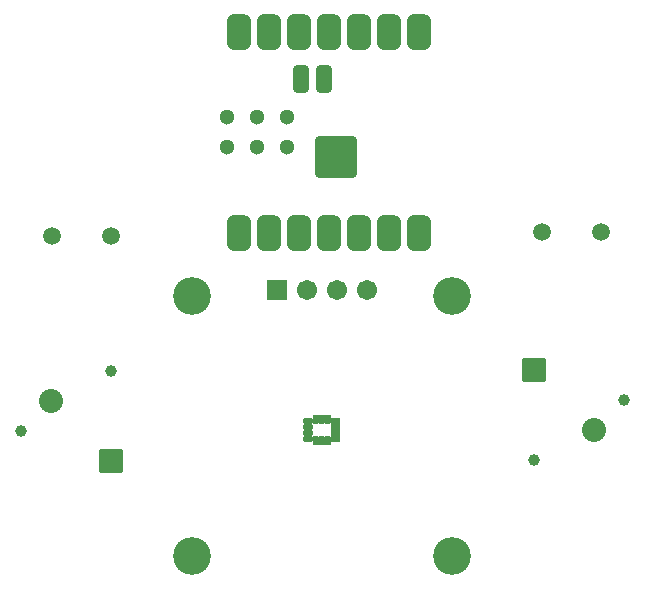
<source format=gbr>
%TF.GenerationSoftware,KiCad,Pcbnew,9.0.2*%
%TF.CreationDate,2025-08-01T16:53:22-07:00*%
%TF.ProjectId,bitboy,62697462-6f79-42e6-9b69-6361645f7063,rev?*%
%TF.SameCoordinates,Original*%
%TF.FileFunction,Soldermask,Bot*%
%TF.FilePolarity,Negative*%
%FSLAX46Y46*%
G04 Gerber Fmt 4.6, Leading zero omitted, Abs format (unit mm)*
G04 Created by KiCad (PCBNEW 9.0.2) date 2025-08-01 16:53:22*
%MOMM*%
%LPD*%
G01*
G04 APERTURE LIST*
G04 Aperture macros list*
%AMRoundRect*
0 Rectangle with rounded corners*
0 $1 Rounding radius*
0 $2 $3 $4 $5 $6 $7 $8 $9 X,Y pos of 4 corners*
0 Add a 4 corners polygon primitive as box body*
4,1,4,$2,$3,$4,$5,$6,$7,$8,$9,$2,$3,0*
0 Add four circle primitives for the rounded corners*
1,1,$1+$1,$2,$3*
1,1,$1+$1,$4,$5*
1,1,$1+$1,$6,$7*
1,1,$1+$1,$8,$9*
0 Add four rect primitives between the rounded corners*
20,1,$1+$1,$2,$3,$4,$5,0*
20,1,$1+$1,$4,$5,$6,$7,0*
20,1,$1+$1,$6,$7,$8,$9,0*
20,1,$1+$1,$8,$9,$2,$3,0*%
G04 Aperture macros list end*
%ADD10C,0.010000*%
%ADD11C,1.000000*%
%ADD12RoundRect,0.102000X0.915000X0.915000X-0.915000X0.915000X-0.915000X-0.915000X0.915000X-0.915000X0*%
%ADD13C,2.034000*%
%ADD14RoundRect,0.102000X-0.915000X-0.915000X0.915000X-0.915000X0.915000X0.915000X-0.915000X0.915000X0*%
%ADD15RoundRect,0.102000X-0.754000X-0.754000X0.754000X-0.754000X0.754000X0.754000X-0.754000X0.754000X0*%
%ADD16C,1.712000*%
%ADD17C,3.204000*%
%ADD18C,1.512000*%
%ADD19RoundRect,0.500000X-0.500000X1.000000X-0.500000X-1.000000X0.500000X-1.000000X0.500000X1.000000X0*%
%ADD20RoundRect,0.250000X-1.500000X1.500000X-1.500000X-1.500000X1.500000X-1.500000X1.500000X1.500000X0*%
%ADD21RoundRect,0.250000X-0.400000X0.900000X-0.400000X-0.900000X0.400000X-0.900000X0.400000X0.900000X0*%
%ADD22C,1.300000*%
G04 APERTURE END LIST*
D10*
%TO.C,U3*%
X145468000Y-76001000D02*
X145475000Y-76002000D01*
X145481000Y-76003000D01*
X145487000Y-76004000D01*
X145494000Y-76006000D01*
X145500000Y-76008000D01*
X145506000Y-76011000D01*
X145512000Y-76014000D01*
X145518000Y-76017000D01*
X145523000Y-76020000D01*
X145528000Y-76024000D01*
X145534000Y-76028000D01*
X145539000Y-76032000D01*
X145543000Y-76037000D01*
X145548000Y-76041000D01*
X145552000Y-76046000D01*
X145556000Y-76052000D01*
X145560000Y-76057000D01*
X145563000Y-76063000D01*
X145566000Y-76068000D01*
X145569000Y-76074000D01*
X145572000Y-76080000D01*
X145574000Y-76086000D01*
X145576000Y-76093000D01*
X145577000Y-76099000D01*
X145578000Y-76105000D01*
X145579000Y-76112000D01*
X145580000Y-76118000D01*
X145580000Y-76125000D01*
X145580000Y-76325000D01*
X145580000Y-76332000D01*
X145579000Y-76338000D01*
X145578000Y-76345000D01*
X145577000Y-76351000D01*
X145576000Y-76357000D01*
X145574000Y-76364000D01*
X145572000Y-76370000D01*
X145569000Y-76376000D01*
X145566000Y-76382000D01*
X145563000Y-76387000D01*
X145560000Y-76393000D01*
X145556000Y-76398000D01*
X145552000Y-76404000D01*
X145548000Y-76409000D01*
X145543000Y-76413000D01*
X145539000Y-76418000D01*
X145534000Y-76422000D01*
X145528000Y-76426000D01*
X145523000Y-76430000D01*
X145518000Y-76433000D01*
X145512000Y-76436000D01*
X145506000Y-76439000D01*
X145500000Y-76442000D01*
X145494000Y-76444000D01*
X145487000Y-76446000D01*
X145481000Y-76447000D01*
X145475000Y-76448000D01*
X145468000Y-76449000D01*
X145462000Y-76450000D01*
X145455000Y-76450000D01*
X145015000Y-76450000D01*
X145008000Y-76450000D01*
X145002000Y-76449000D01*
X144995000Y-76448000D01*
X144989000Y-76447000D01*
X144983000Y-76446000D01*
X144976000Y-76444000D01*
X144970000Y-76442000D01*
X144964000Y-76439000D01*
X144958000Y-76436000D01*
X144952000Y-76433000D01*
X144947000Y-76430000D01*
X144942000Y-76426000D01*
X144936000Y-76422000D01*
X144931000Y-76418000D01*
X144927000Y-76413000D01*
X144922000Y-76409000D01*
X144918000Y-76404000D01*
X144914000Y-76398000D01*
X144910000Y-76393000D01*
X144907000Y-76387000D01*
X144904000Y-76382000D01*
X144901000Y-76376000D01*
X144898000Y-76370000D01*
X144896000Y-76364000D01*
X144894000Y-76357000D01*
X144893000Y-76351000D01*
X144892000Y-76345000D01*
X144891000Y-76338000D01*
X144890000Y-76332000D01*
X144890000Y-76325000D01*
X144890000Y-76125000D01*
X144890000Y-76118000D01*
X144891000Y-76112000D01*
X144892000Y-76105000D01*
X144893000Y-76099000D01*
X144894000Y-76093000D01*
X144896000Y-76086000D01*
X144898000Y-76080000D01*
X144901000Y-76074000D01*
X144904000Y-76068000D01*
X144907000Y-76063000D01*
X144910000Y-76057000D01*
X144914000Y-76052000D01*
X144918000Y-76046000D01*
X144922000Y-76041000D01*
X144927000Y-76037000D01*
X144931000Y-76032000D01*
X144936000Y-76028000D01*
X144942000Y-76024000D01*
X144947000Y-76020000D01*
X144952000Y-76017000D01*
X144958000Y-76014000D01*
X144964000Y-76011000D01*
X144970000Y-76008000D01*
X144976000Y-76006000D01*
X144983000Y-76004000D01*
X144989000Y-76003000D01*
X144995000Y-76002000D01*
X145002000Y-76001000D01*
X145008000Y-76000000D01*
X145015000Y-76000000D01*
X145455000Y-76000000D01*
X145462000Y-76000000D01*
X145468000Y-76001000D01*
G36*
X145468000Y-76001000D02*
G01*
X145475000Y-76002000D01*
X145481000Y-76003000D01*
X145487000Y-76004000D01*
X145494000Y-76006000D01*
X145500000Y-76008000D01*
X145506000Y-76011000D01*
X145512000Y-76014000D01*
X145518000Y-76017000D01*
X145523000Y-76020000D01*
X145528000Y-76024000D01*
X145534000Y-76028000D01*
X145539000Y-76032000D01*
X145543000Y-76037000D01*
X145548000Y-76041000D01*
X145552000Y-76046000D01*
X145556000Y-76052000D01*
X145560000Y-76057000D01*
X145563000Y-76063000D01*
X145566000Y-76068000D01*
X145569000Y-76074000D01*
X145572000Y-76080000D01*
X145574000Y-76086000D01*
X145576000Y-76093000D01*
X145577000Y-76099000D01*
X145578000Y-76105000D01*
X145579000Y-76112000D01*
X145580000Y-76118000D01*
X145580000Y-76125000D01*
X145580000Y-76325000D01*
X145580000Y-76332000D01*
X145579000Y-76338000D01*
X145578000Y-76345000D01*
X145577000Y-76351000D01*
X145576000Y-76357000D01*
X145574000Y-76364000D01*
X145572000Y-76370000D01*
X145569000Y-76376000D01*
X145566000Y-76382000D01*
X145563000Y-76387000D01*
X145560000Y-76393000D01*
X145556000Y-76398000D01*
X145552000Y-76404000D01*
X145548000Y-76409000D01*
X145543000Y-76413000D01*
X145539000Y-76418000D01*
X145534000Y-76422000D01*
X145528000Y-76426000D01*
X145523000Y-76430000D01*
X145518000Y-76433000D01*
X145512000Y-76436000D01*
X145506000Y-76439000D01*
X145500000Y-76442000D01*
X145494000Y-76444000D01*
X145487000Y-76446000D01*
X145481000Y-76447000D01*
X145475000Y-76448000D01*
X145468000Y-76449000D01*
X145462000Y-76450000D01*
X145455000Y-76450000D01*
X145015000Y-76450000D01*
X145008000Y-76450000D01*
X145002000Y-76449000D01*
X144995000Y-76448000D01*
X144989000Y-76447000D01*
X144983000Y-76446000D01*
X144976000Y-76444000D01*
X144970000Y-76442000D01*
X144964000Y-76439000D01*
X144958000Y-76436000D01*
X144952000Y-76433000D01*
X144947000Y-76430000D01*
X144942000Y-76426000D01*
X144936000Y-76422000D01*
X144931000Y-76418000D01*
X144927000Y-76413000D01*
X144922000Y-76409000D01*
X144918000Y-76404000D01*
X144914000Y-76398000D01*
X144910000Y-76393000D01*
X144907000Y-76387000D01*
X144904000Y-76382000D01*
X144901000Y-76376000D01*
X144898000Y-76370000D01*
X144896000Y-76364000D01*
X144894000Y-76357000D01*
X144893000Y-76351000D01*
X144892000Y-76345000D01*
X144891000Y-76338000D01*
X144890000Y-76332000D01*
X144890000Y-76325000D01*
X144890000Y-76125000D01*
X144890000Y-76118000D01*
X144891000Y-76112000D01*
X144892000Y-76105000D01*
X144893000Y-76099000D01*
X144894000Y-76093000D01*
X144896000Y-76086000D01*
X144898000Y-76080000D01*
X144901000Y-76074000D01*
X144904000Y-76068000D01*
X144907000Y-76063000D01*
X144910000Y-76057000D01*
X144914000Y-76052000D01*
X144918000Y-76046000D01*
X144922000Y-76041000D01*
X144927000Y-76037000D01*
X144931000Y-76032000D01*
X144936000Y-76028000D01*
X144942000Y-76024000D01*
X144947000Y-76020000D01*
X144952000Y-76017000D01*
X144958000Y-76014000D01*
X144964000Y-76011000D01*
X144970000Y-76008000D01*
X144976000Y-76006000D01*
X144983000Y-76004000D01*
X144989000Y-76003000D01*
X144995000Y-76002000D01*
X145002000Y-76001000D01*
X145008000Y-76000000D01*
X145015000Y-76000000D01*
X145455000Y-76000000D01*
X145462000Y-76000000D01*
X145468000Y-76001000D01*
G37*
X145468000Y-76501000D02*
X145475000Y-76502000D01*
X145481000Y-76503000D01*
X145487000Y-76504000D01*
X145494000Y-76506000D01*
X145500000Y-76508000D01*
X145506000Y-76511000D01*
X145512000Y-76514000D01*
X145518000Y-76517000D01*
X145523000Y-76520000D01*
X145528000Y-76524000D01*
X145534000Y-76528000D01*
X145539000Y-76532000D01*
X145543000Y-76537000D01*
X145548000Y-76541000D01*
X145552000Y-76546000D01*
X145556000Y-76552000D01*
X145560000Y-76557000D01*
X145563000Y-76563000D01*
X145566000Y-76568000D01*
X145569000Y-76574000D01*
X145572000Y-76580000D01*
X145574000Y-76586000D01*
X145576000Y-76593000D01*
X145577000Y-76599000D01*
X145578000Y-76605000D01*
X145579000Y-76612000D01*
X145580000Y-76618000D01*
X145580000Y-76625000D01*
X145580000Y-76825000D01*
X145580000Y-76832000D01*
X145579000Y-76838000D01*
X145578000Y-76845000D01*
X145577000Y-76851000D01*
X145576000Y-76857000D01*
X145574000Y-76864000D01*
X145572000Y-76870000D01*
X145569000Y-76876000D01*
X145566000Y-76882000D01*
X145563000Y-76887000D01*
X145560000Y-76893000D01*
X145556000Y-76898000D01*
X145552000Y-76904000D01*
X145548000Y-76909000D01*
X145543000Y-76913000D01*
X145539000Y-76918000D01*
X145534000Y-76922000D01*
X145528000Y-76926000D01*
X145523000Y-76930000D01*
X145518000Y-76933000D01*
X145512000Y-76936000D01*
X145506000Y-76939000D01*
X145500000Y-76942000D01*
X145494000Y-76944000D01*
X145487000Y-76946000D01*
X145481000Y-76947000D01*
X145475000Y-76948000D01*
X145468000Y-76949000D01*
X145462000Y-76950000D01*
X145455000Y-76950000D01*
X145015000Y-76950000D01*
X145008000Y-76950000D01*
X145002000Y-76949000D01*
X144995000Y-76948000D01*
X144989000Y-76947000D01*
X144983000Y-76946000D01*
X144976000Y-76944000D01*
X144970000Y-76942000D01*
X144964000Y-76939000D01*
X144958000Y-76936000D01*
X144952000Y-76933000D01*
X144947000Y-76930000D01*
X144942000Y-76926000D01*
X144936000Y-76922000D01*
X144931000Y-76918000D01*
X144927000Y-76913000D01*
X144922000Y-76909000D01*
X144918000Y-76904000D01*
X144914000Y-76898000D01*
X144910000Y-76893000D01*
X144907000Y-76887000D01*
X144904000Y-76882000D01*
X144901000Y-76876000D01*
X144898000Y-76870000D01*
X144896000Y-76864000D01*
X144894000Y-76857000D01*
X144893000Y-76851000D01*
X144892000Y-76845000D01*
X144891000Y-76838000D01*
X144890000Y-76832000D01*
X144890000Y-76825000D01*
X144890000Y-76625000D01*
X144890000Y-76618000D01*
X144891000Y-76612000D01*
X144892000Y-76605000D01*
X144893000Y-76599000D01*
X144894000Y-76593000D01*
X144896000Y-76586000D01*
X144898000Y-76580000D01*
X144901000Y-76574000D01*
X144904000Y-76568000D01*
X144907000Y-76563000D01*
X144910000Y-76557000D01*
X144914000Y-76552000D01*
X144918000Y-76546000D01*
X144922000Y-76541000D01*
X144927000Y-76537000D01*
X144931000Y-76532000D01*
X144936000Y-76528000D01*
X144942000Y-76524000D01*
X144947000Y-76520000D01*
X144952000Y-76517000D01*
X144958000Y-76514000D01*
X144964000Y-76511000D01*
X144970000Y-76508000D01*
X144976000Y-76506000D01*
X144983000Y-76504000D01*
X144989000Y-76503000D01*
X144995000Y-76502000D01*
X145002000Y-76501000D01*
X145008000Y-76500000D01*
X145015000Y-76500000D01*
X145455000Y-76500000D01*
X145462000Y-76500000D01*
X145468000Y-76501000D01*
G36*
X145468000Y-76501000D02*
G01*
X145475000Y-76502000D01*
X145481000Y-76503000D01*
X145487000Y-76504000D01*
X145494000Y-76506000D01*
X145500000Y-76508000D01*
X145506000Y-76511000D01*
X145512000Y-76514000D01*
X145518000Y-76517000D01*
X145523000Y-76520000D01*
X145528000Y-76524000D01*
X145534000Y-76528000D01*
X145539000Y-76532000D01*
X145543000Y-76537000D01*
X145548000Y-76541000D01*
X145552000Y-76546000D01*
X145556000Y-76552000D01*
X145560000Y-76557000D01*
X145563000Y-76563000D01*
X145566000Y-76568000D01*
X145569000Y-76574000D01*
X145572000Y-76580000D01*
X145574000Y-76586000D01*
X145576000Y-76593000D01*
X145577000Y-76599000D01*
X145578000Y-76605000D01*
X145579000Y-76612000D01*
X145580000Y-76618000D01*
X145580000Y-76625000D01*
X145580000Y-76825000D01*
X145580000Y-76832000D01*
X145579000Y-76838000D01*
X145578000Y-76845000D01*
X145577000Y-76851000D01*
X145576000Y-76857000D01*
X145574000Y-76864000D01*
X145572000Y-76870000D01*
X145569000Y-76876000D01*
X145566000Y-76882000D01*
X145563000Y-76887000D01*
X145560000Y-76893000D01*
X145556000Y-76898000D01*
X145552000Y-76904000D01*
X145548000Y-76909000D01*
X145543000Y-76913000D01*
X145539000Y-76918000D01*
X145534000Y-76922000D01*
X145528000Y-76926000D01*
X145523000Y-76930000D01*
X145518000Y-76933000D01*
X145512000Y-76936000D01*
X145506000Y-76939000D01*
X145500000Y-76942000D01*
X145494000Y-76944000D01*
X145487000Y-76946000D01*
X145481000Y-76947000D01*
X145475000Y-76948000D01*
X145468000Y-76949000D01*
X145462000Y-76950000D01*
X145455000Y-76950000D01*
X145015000Y-76950000D01*
X145008000Y-76950000D01*
X145002000Y-76949000D01*
X144995000Y-76948000D01*
X144989000Y-76947000D01*
X144983000Y-76946000D01*
X144976000Y-76944000D01*
X144970000Y-76942000D01*
X144964000Y-76939000D01*
X144958000Y-76936000D01*
X144952000Y-76933000D01*
X144947000Y-76930000D01*
X144942000Y-76926000D01*
X144936000Y-76922000D01*
X144931000Y-76918000D01*
X144927000Y-76913000D01*
X144922000Y-76909000D01*
X144918000Y-76904000D01*
X144914000Y-76898000D01*
X144910000Y-76893000D01*
X144907000Y-76887000D01*
X144904000Y-76882000D01*
X144901000Y-76876000D01*
X144898000Y-76870000D01*
X144896000Y-76864000D01*
X144894000Y-76857000D01*
X144893000Y-76851000D01*
X144892000Y-76845000D01*
X144891000Y-76838000D01*
X144890000Y-76832000D01*
X144890000Y-76825000D01*
X144890000Y-76625000D01*
X144890000Y-76618000D01*
X144891000Y-76612000D01*
X144892000Y-76605000D01*
X144893000Y-76599000D01*
X144894000Y-76593000D01*
X144896000Y-76586000D01*
X144898000Y-76580000D01*
X144901000Y-76574000D01*
X144904000Y-76568000D01*
X144907000Y-76563000D01*
X144910000Y-76557000D01*
X144914000Y-76552000D01*
X144918000Y-76546000D01*
X144922000Y-76541000D01*
X144927000Y-76537000D01*
X144931000Y-76532000D01*
X144936000Y-76528000D01*
X144942000Y-76524000D01*
X144947000Y-76520000D01*
X144952000Y-76517000D01*
X144958000Y-76514000D01*
X144964000Y-76511000D01*
X144970000Y-76508000D01*
X144976000Y-76506000D01*
X144983000Y-76504000D01*
X144989000Y-76503000D01*
X144995000Y-76502000D01*
X145002000Y-76501000D01*
X145008000Y-76500000D01*
X145015000Y-76500000D01*
X145455000Y-76500000D01*
X145462000Y-76500000D01*
X145468000Y-76501000D01*
G37*
X145468000Y-77001000D02*
X145475000Y-77002000D01*
X145481000Y-77003000D01*
X145487000Y-77004000D01*
X145494000Y-77006000D01*
X145500000Y-77008000D01*
X145506000Y-77011000D01*
X145512000Y-77014000D01*
X145518000Y-77017000D01*
X145523000Y-77020000D01*
X145528000Y-77024000D01*
X145534000Y-77028000D01*
X145539000Y-77032000D01*
X145543000Y-77037000D01*
X145548000Y-77041000D01*
X145552000Y-77046000D01*
X145556000Y-77052000D01*
X145560000Y-77057000D01*
X145563000Y-77063000D01*
X145566000Y-77068000D01*
X145569000Y-77074000D01*
X145572000Y-77080000D01*
X145574000Y-77086000D01*
X145576000Y-77093000D01*
X145577000Y-77099000D01*
X145578000Y-77105000D01*
X145579000Y-77112000D01*
X145580000Y-77118000D01*
X145580000Y-77125000D01*
X145580000Y-77325000D01*
X145580000Y-77332000D01*
X145579000Y-77338000D01*
X145578000Y-77345000D01*
X145577000Y-77351000D01*
X145576000Y-77357000D01*
X145574000Y-77364000D01*
X145572000Y-77370000D01*
X145569000Y-77376000D01*
X145566000Y-77382000D01*
X145563000Y-77387000D01*
X145560000Y-77393000D01*
X145556000Y-77398000D01*
X145552000Y-77404000D01*
X145548000Y-77409000D01*
X145543000Y-77413000D01*
X145539000Y-77418000D01*
X145534000Y-77422000D01*
X145528000Y-77426000D01*
X145523000Y-77430000D01*
X145518000Y-77433000D01*
X145512000Y-77436000D01*
X145506000Y-77439000D01*
X145500000Y-77442000D01*
X145494000Y-77444000D01*
X145487000Y-77446000D01*
X145481000Y-77447000D01*
X145475000Y-77448000D01*
X145468000Y-77449000D01*
X145462000Y-77450000D01*
X145455000Y-77450000D01*
X145015000Y-77450000D01*
X145008000Y-77450000D01*
X145002000Y-77449000D01*
X144995000Y-77448000D01*
X144989000Y-77447000D01*
X144983000Y-77446000D01*
X144976000Y-77444000D01*
X144970000Y-77442000D01*
X144964000Y-77439000D01*
X144958000Y-77436000D01*
X144952000Y-77433000D01*
X144947000Y-77430000D01*
X144942000Y-77426000D01*
X144936000Y-77422000D01*
X144931000Y-77418000D01*
X144927000Y-77413000D01*
X144922000Y-77409000D01*
X144918000Y-77404000D01*
X144914000Y-77398000D01*
X144910000Y-77393000D01*
X144907000Y-77387000D01*
X144904000Y-77382000D01*
X144901000Y-77376000D01*
X144898000Y-77370000D01*
X144896000Y-77364000D01*
X144894000Y-77357000D01*
X144893000Y-77351000D01*
X144892000Y-77345000D01*
X144891000Y-77338000D01*
X144890000Y-77332000D01*
X144890000Y-77325000D01*
X144890000Y-77125000D01*
X144890000Y-77118000D01*
X144891000Y-77112000D01*
X144892000Y-77105000D01*
X144893000Y-77099000D01*
X144894000Y-77093000D01*
X144896000Y-77086000D01*
X144898000Y-77080000D01*
X144901000Y-77074000D01*
X144904000Y-77068000D01*
X144907000Y-77063000D01*
X144910000Y-77057000D01*
X144914000Y-77052000D01*
X144918000Y-77046000D01*
X144922000Y-77041000D01*
X144927000Y-77037000D01*
X144931000Y-77032000D01*
X144936000Y-77028000D01*
X144942000Y-77024000D01*
X144947000Y-77020000D01*
X144952000Y-77017000D01*
X144958000Y-77014000D01*
X144964000Y-77011000D01*
X144970000Y-77008000D01*
X144976000Y-77006000D01*
X144983000Y-77004000D01*
X144989000Y-77003000D01*
X144995000Y-77002000D01*
X145002000Y-77001000D01*
X145008000Y-77000000D01*
X145015000Y-77000000D01*
X145455000Y-77000000D01*
X145462000Y-77000000D01*
X145468000Y-77001000D01*
G36*
X145468000Y-77001000D02*
G01*
X145475000Y-77002000D01*
X145481000Y-77003000D01*
X145487000Y-77004000D01*
X145494000Y-77006000D01*
X145500000Y-77008000D01*
X145506000Y-77011000D01*
X145512000Y-77014000D01*
X145518000Y-77017000D01*
X145523000Y-77020000D01*
X145528000Y-77024000D01*
X145534000Y-77028000D01*
X145539000Y-77032000D01*
X145543000Y-77037000D01*
X145548000Y-77041000D01*
X145552000Y-77046000D01*
X145556000Y-77052000D01*
X145560000Y-77057000D01*
X145563000Y-77063000D01*
X145566000Y-77068000D01*
X145569000Y-77074000D01*
X145572000Y-77080000D01*
X145574000Y-77086000D01*
X145576000Y-77093000D01*
X145577000Y-77099000D01*
X145578000Y-77105000D01*
X145579000Y-77112000D01*
X145580000Y-77118000D01*
X145580000Y-77125000D01*
X145580000Y-77325000D01*
X145580000Y-77332000D01*
X145579000Y-77338000D01*
X145578000Y-77345000D01*
X145577000Y-77351000D01*
X145576000Y-77357000D01*
X145574000Y-77364000D01*
X145572000Y-77370000D01*
X145569000Y-77376000D01*
X145566000Y-77382000D01*
X145563000Y-77387000D01*
X145560000Y-77393000D01*
X145556000Y-77398000D01*
X145552000Y-77404000D01*
X145548000Y-77409000D01*
X145543000Y-77413000D01*
X145539000Y-77418000D01*
X145534000Y-77422000D01*
X145528000Y-77426000D01*
X145523000Y-77430000D01*
X145518000Y-77433000D01*
X145512000Y-77436000D01*
X145506000Y-77439000D01*
X145500000Y-77442000D01*
X145494000Y-77444000D01*
X145487000Y-77446000D01*
X145481000Y-77447000D01*
X145475000Y-77448000D01*
X145468000Y-77449000D01*
X145462000Y-77450000D01*
X145455000Y-77450000D01*
X145015000Y-77450000D01*
X145008000Y-77450000D01*
X145002000Y-77449000D01*
X144995000Y-77448000D01*
X144989000Y-77447000D01*
X144983000Y-77446000D01*
X144976000Y-77444000D01*
X144970000Y-77442000D01*
X144964000Y-77439000D01*
X144958000Y-77436000D01*
X144952000Y-77433000D01*
X144947000Y-77430000D01*
X144942000Y-77426000D01*
X144936000Y-77422000D01*
X144931000Y-77418000D01*
X144927000Y-77413000D01*
X144922000Y-77409000D01*
X144918000Y-77404000D01*
X144914000Y-77398000D01*
X144910000Y-77393000D01*
X144907000Y-77387000D01*
X144904000Y-77382000D01*
X144901000Y-77376000D01*
X144898000Y-77370000D01*
X144896000Y-77364000D01*
X144894000Y-77357000D01*
X144893000Y-77351000D01*
X144892000Y-77345000D01*
X144891000Y-77338000D01*
X144890000Y-77332000D01*
X144890000Y-77325000D01*
X144890000Y-77125000D01*
X144890000Y-77118000D01*
X144891000Y-77112000D01*
X144892000Y-77105000D01*
X144893000Y-77099000D01*
X144894000Y-77093000D01*
X144896000Y-77086000D01*
X144898000Y-77080000D01*
X144901000Y-77074000D01*
X144904000Y-77068000D01*
X144907000Y-77063000D01*
X144910000Y-77057000D01*
X144914000Y-77052000D01*
X144918000Y-77046000D01*
X144922000Y-77041000D01*
X144927000Y-77037000D01*
X144931000Y-77032000D01*
X144936000Y-77028000D01*
X144942000Y-77024000D01*
X144947000Y-77020000D01*
X144952000Y-77017000D01*
X144958000Y-77014000D01*
X144964000Y-77011000D01*
X144970000Y-77008000D01*
X144976000Y-77006000D01*
X144983000Y-77004000D01*
X144989000Y-77003000D01*
X144995000Y-77002000D01*
X145002000Y-77001000D01*
X145008000Y-77000000D01*
X145015000Y-77000000D01*
X145455000Y-77000000D01*
X145462000Y-77000000D01*
X145468000Y-77001000D01*
G37*
X145468000Y-77501000D02*
X145475000Y-77502000D01*
X145481000Y-77503000D01*
X145487000Y-77504000D01*
X145494000Y-77506000D01*
X145500000Y-77508000D01*
X145506000Y-77511000D01*
X145512000Y-77514000D01*
X145518000Y-77517000D01*
X145523000Y-77520000D01*
X145528000Y-77524000D01*
X145534000Y-77528000D01*
X145539000Y-77532000D01*
X145543000Y-77537000D01*
X145548000Y-77541000D01*
X145552000Y-77546000D01*
X145556000Y-77552000D01*
X145560000Y-77557000D01*
X145563000Y-77563000D01*
X145566000Y-77568000D01*
X145569000Y-77574000D01*
X145572000Y-77580000D01*
X145574000Y-77586000D01*
X145576000Y-77593000D01*
X145577000Y-77599000D01*
X145578000Y-77605000D01*
X145579000Y-77612000D01*
X145580000Y-77618000D01*
X145580000Y-77625000D01*
X145580000Y-77825000D01*
X145580000Y-77832000D01*
X145579000Y-77838000D01*
X145578000Y-77845000D01*
X145577000Y-77851000D01*
X145576000Y-77857000D01*
X145574000Y-77864000D01*
X145572000Y-77870000D01*
X145569000Y-77876000D01*
X145566000Y-77882000D01*
X145563000Y-77887000D01*
X145560000Y-77893000D01*
X145556000Y-77898000D01*
X145552000Y-77904000D01*
X145548000Y-77909000D01*
X145543000Y-77913000D01*
X145539000Y-77918000D01*
X145534000Y-77922000D01*
X145528000Y-77926000D01*
X145523000Y-77930000D01*
X145518000Y-77933000D01*
X145512000Y-77936000D01*
X145506000Y-77939000D01*
X145500000Y-77942000D01*
X145494000Y-77944000D01*
X145487000Y-77946000D01*
X145481000Y-77947000D01*
X145475000Y-77948000D01*
X145468000Y-77949000D01*
X145462000Y-77950000D01*
X145455000Y-77950000D01*
X145015000Y-77950000D01*
X145008000Y-77950000D01*
X145002000Y-77949000D01*
X144995000Y-77948000D01*
X144989000Y-77947000D01*
X144983000Y-77946000D01*
X144976000Y-77944000D01*
X144970000Y-77942000D01*
X144964000Y-77939000D01*
X144958000Y-77936000D01*
X144952000Y-77933000D01*
X144947000Y-77930000D01*
X144942000Y-77926000D01*
X144936000Y-77922000D01*
X144931000Y-77918000D01*
X144927000Y-77913000D01*
X144922000Y-77909000D01*
X144918000Y-77904000D01*
X144914000Y-77898000D01*
X144910000Y-77893000D01*
X144907000Y-77887000D01*
X144904000Y-77882000D01*
X144901000Y-77876000D01*
X144898000Y-77870000D01*
X144896000Y-77864000D01*
X144894000Y-77857000D01*
X144893000Y-77851000D01*
X144892000Y-77845000D01*
X144891000Y-77838000D01*
X144890000Y-77832000D01*
X144890000Y-77825000D01*
X144890000Y-77625000D01*
X144890000Y-77618000D01*
X144891000Y-77612000D01*
X144892000Y-77605000D01*
X144893000Y-77599000D01*
X144894000Y-77593000D01*
X144896000Y-77586000D01*
X144898000Y-77580000D01*
X144901000Y-77574000D01*
X144904000Y-77568000D01*
X144907000Y-77563000D01*
X144910000Y-77557000D01*
X144914000Y-77552000D01*
X144918000Y-77546000D01*
X144922000Y-77541000D01*
X144927000Y-77537000D01*
X144931000Y-77532000D01*
X144936000Y-77528000D01*
X144942000Y-77524000D01*
X144947000Y-77520000D01*
X144952000Y-77517000D01*
X144958000Y-77514000D01*
X144964000Y-77511000D01*
X144970000Y-77508000D01*
X144976000Y-77506000D01*
X144983000Y-77504000D01*
X144989000Y-77503000D01*
X144995000Y-77502000D01*
X145002000Y-77501000D01*
X145008000Y-77500000D01*
X145015000Y-77500000D01*
X145455000Y-77500000D01*
X145462000Y-77500000D01*
X145468000Y-77501000D01*
G36*
X145468000Y-77501000D02*
G01*
X145475000Y-77502000D01*
X145481000Y-77503000D01*
X145487000Y-77504000D01*
X145494000Y-77506000D01*
X145500000Y-77508000D01*
X145506000Y-77511000D01*
X145512000Y-77514000D01*
X145518000Y-77517000D01*
X145523000Y-77520000D01*
X145528000Y-77524000D01*
X145534000Y-77528000D01*
X145539000Y-77532000D01*
X145543000Y-77537000D01*
X145548000Y-77541000D01*
X145552000Y-77546000D01*
X145556000Y-77552000D01*
X145560000Y-77557000D01*
X145563000Y-77563000D01*
X145566000Y-77568000D01*
X145569000Y-77574000D01*
X145572000Y-77580000D01*
X145574000Y-77586000D01*
X145576000Y-77593000D01*
X145577000Y-77599000D01*
X145578000Y-77605000D01*
X145579000Y-77612000D01*
X145580000Y-77618000D01*
X145580000Y-77625000D01*
X145580000Y-77825000D01*
X145580000Y-77832000D01*
X145579000Y-77838000D01*
X145578000Y-77845000D01*
X145577000Y-77851000D01*
X145576000Y-77857000D01*
X145574000Y-77864000D01*
X145572000Y-77870000D01*
X145569000Y-77876000D01*
X145566000Y-77882000D01*
X145563000Y-77887000D01*
X145560000Y-77893000D01*
X145556000Y-77898000D01*
X145552000Y-77904000D01*
X145548000Y-77909000D01*
X145543000Y-77913000D01*
X145539000Y-77918000D01*
X145534000Y-77922000D01*
X145528000Y-77926000D01*
X145523000Y-77930000D01*
X145518000Y-77933000D01*
X145512000Y-77936000D01*
X145506000Y-77939000D01*
X145500000Y-77942000D01*
X145494000Y-77944000D01*
X145487000Y-77946000D01*
X145481000Y-77947000D01*
X145475000Y-77948000D01*
X145468000Y-77949000D01*
X145462000Y-77950000D01*
X145455000Y-77950000D01*
X145015000Y-77950000D01*
X145008000Y-77950000D01*
X145002000Y-77949000D01*
X144995000Y-77948000D01*
X144989000Y-77947000D01*
X144983000Y-77946000D01*
X144976000Y-77944000D01*
X144970000Y-77942000D01*
X144964000Y-77939000D01*
X144958000Y-77936000D01*
X144952000Y-77933000D01*
X144947000Y-77930000D01*
X144942000Y-77926000D01*
X144936000Y-77922000D01*
X144931000Y-77918000D01*
X144927000Y-77913000D01*
X144922000Y-77909000D01*
X144918000Y-77904000D01*
X144914000Y-77898000D01*
X144910000Y-77893000D01*
X144907000Y-77887000D01*
X144904000Y-77882000D01*
X144901000Y-77876000D01*
X144898000Y-77870000D01*
X144896000Y-77864000D01*
X144894000Y-77857000D01*
X144893000Y-77851000D01*
X144892000Y-77845000D01*
X144891000Y-77838000D01*
X144890000Y-77832000D01*
X144890000Y-77825000D01*
X144890000Y-77625000D01*
X144890000Y-77618000D01*
X144891000Y-77612000D01*
X144892000Y-77605000D01*
X144893000Y-77599000D01*
X144894000Y-77593000D01*
X144896000Y-77586000D01*
X144898000Y-77580000D01*
X144901000Y-77574000D01*
X144904000Y-77568000D01*
X144907000Y-77563000D01*
X144910000Y-77557000D01*
X144914000Y-77552000D01*
X144918000Y-77546000D01*
X144922000Y-77541000D01*
X144927000Y-77537000D01*
X144931000Y-77532000D01*
X144936000Y-77528000D01*
X144942000Y-77524000D01*
X144947000Y-77520000D01*
X144952000Y-77517000D01*
X144958000Y-77514000D01*
X144964000Y-77511000D01*
X144970000Y-77508000D01*
X144976000Y-77506000D01*
X144983000Y-77504000D01*
X144989000Y-77503000D01*
X144995000Y-77502000D01*
X145002000Y-77501000D01*
X145008000Y-77500000D01*
X145015000Y-77500000D01*
X145455000Y-77500000D01*
X145462000Y-77500000D01*
X145468000Y-77501000D01*
G37*
X146013000Y-75716000D02*
X146020000Y-75717000D01*
X146026000Y-75718000D01*
X146032000Y-75719000D01*
X146039000Y-75721000D01*
X146045000Y-75723000D01*
X146051000Y-75726000D01*
X146057000Y-75729000D01*
X146062000Y-75732000D01*
X146068000Y-75735000D01*
X146073000Y-75739000D01*
X146079000Y-75743000D01*
X146084000Y-75747000D01*
X146088000Y-75752000D01*
X146093000Y-75756000D01*
X146097000Y-75761000D01*
X146101000Y-75767000D01*
X146105000Y-75772000D01*
X146108000Y-75777000D01*
X146111000Y-75783000D01*
X146114000Y-75789000D01*
X146117000Y-75795000D01*
X146119000Y-75801000D01*
X146121000Y-75808000D01*
X146122000Y-75814000D01*
X146123000Y-75820000D01*
X146124000Y-75827000D01*
X146125000Y-75833000D01*
X146125000Y-75840000D01*
X146125000Y-76280000D01*
X146125000Y-76287000D01*
X146124000Y-76293000D01*
X146123000Y-76300000D01*
X146122000Y-76306000D01*
X146121000Y-76312000D01*
X146119000Y-76319000D01*
X146117000Y-76325000D01*
X146114000Y-76331000D01*
X146111000Y-76337000D01*
X146108000Y-76343000D01*
X146105000Y-76348000D01*
X146101000Y-76353000D01*
X146097000Y-76359000D01*
X146093000Y-76364000D01*
X146088000Y-76368000D01*
X146084000Y-76373000D01*
X146079000Y-76377000D01*
X146073000Y-76381000D01*
X146068000Y-76385000D01*
X146063000Y-76388000D01*
X146057000Y-76391000D01*
X146051000Y-76394000D01*
X146045000Y-76397000D01*
X146039000Y-76399000D01*
X146032000Y-76401000D01*
X146026000Y-76402000D01*
X146020000Y-76403000D01*
X146013000Y-76404000D01*
X146007000Y-76405000D01*
X146000000Y-76405000D01*
X145800000Y-76405000D01*
X145793000Y-76405000D01*
X145787000Y-76404000D01*
X145780000Y-76403000D01*
X145774000Y-76402000D01*
X145768000Y-76401000D01*
X145761000Y-76399000D01*
X145755000Y-76397000D01*
X145749000Y-76394000D01*
X145743000Y-76391000D01*
X145738000Y-76388000D01*
X145732000Y-76385000D01*
X145727000Y-76381000D01*
X145721000Y-76377000D01*
X145716000Y-76373000D01*
X145712000Y-76368000D01*
X145707000Y-76364000D01*
X145703000Y-76359000D01*
X145699000Y-76353000D01*
X145695000Y-76348000D01*
X145692000Y-76343000D01*
X145689000Y-76337000D01*
X145686000Y-76331000D01*
X145683000Y-76325000D01*
X145681000Y-76319000D01*
X145679000Y-76312000D01*
X145678000Y-76306000D01*
X145677000Y-76300000D01*
X145676000Y-76293000D01*
X145675000Y-76287000D01*
X145675000Y-76280000D01*
X145675000Y-75840000D01*
X145675000Y-75833000D01*
X145676000Y-75827000D01*
X145677000Y-75820000D01*
X145678000Y-75814000D01*
X145679000Y-75808000D01*
X145681000Y-75801000D01*
X145683000Y-75795000D01*
X145686000Y-75789000D01*
X145689000Y-75783000D01*
X145692000Y-75777000D01*
X145695000Y-75772000D01*
X145699000Y-75767000D01*
X145703000Y-75761000D01*
X145707000Y-75756000D01*
X145712000Y-75752000D01*
X145716000Y-75747000D01*
X145721000Y-75743000D01*
X145727000Y-75739000D01*
X145732000Y-75735000D01*
X145738000Y-75732000D01*
X145743000Y-75729000D01*
X145749000Y-75726000D01*
X145755000Y-75723000D01*
X145761000Y-75721000D01*
X145768000Y-75719000D01*
X145774000Y-75718000D01*
X145780000Y-75717000D01*
X145787000Y-75716000D01*
X145793000Y-75715000D01*
X145800000Y-75715000D01*
X146000000Y-75715000D01*
X146007000Y-75715000D01*
X146013000Y-75716000D01*
G36*
X146013000Y-75716000D02*
G01*
X146020000Y-75717000D01*
X146026000Y-75718000D01*
X146032000Y-75719000D01*
X146039000Y-75721000D01*
X146045000Y-75723000D01*
X146051000Y-75726000D01*
X146057000Y-75729000D01*
X146062000Y-75732000D01*
X146068000Y-75735000D01*
X146073000Y-75739000D01*
X146079000Y-75743000D01*
X146084000Y-75747000D01*
X146088000Y-75752000D01*
X146093000Y-75756000D01*
X146097000Y-75761000D01*
X146101000Y-75767000D01*
X146105000Y-75772000D01*
X146108000Y-75777000D01*
X146111000Y-75783000D01*
X146114000Y-75789000D01*
X146117000Y-75795000D01*
X146119000Y-75801000D01*
X146121000Y-75808000D01*
X146122000Y-75814000D01*
X146123000Y-75820000D01*
X146124000Y-75827000D01*
X146125000Y-75833000D01*
X146125000Y-75840000D01*
X146125000Y-76280000D01*
X146125000Y-76287000D01*
X146124000Y-76293000D01*
X146123000Y-76300000D01*
X146122000Y-76306000D01*
X146121000Y-76312000D01*
X146119000Y-76319000D01*
X146117000Y-76325000D01*
X146114000Y-76331000D01*
X146111000Y-76337000D01*
X146108000Y-76343000D01*
X146105000Y-76348000D01*
X146101000Y-76353000D01*
X146097000Y-76359000D01*
X146093000Y-76364000D01*
X146088000Y-76368000D01*
X146084000Y-76373000D01*
X146079000Y-76377000D01*
X146073000Y-76381000D01*
X146068000Y-76385000D01*
X146063000Y-76388000D01*
X146057000Y-76391000D01*
X146051000Y-76394000D01*
X146045000Y-76397000D01*
X146039000Y-76399000D01*
X146032000Y-76401000D01*
X146026000Y-76402000D01*
X146020000Y-76403000D01*
X146013000Y-76404000D01*
X146007000Y-76405000D01*
X146000000Y-76405000D01*
X145800000Y-76405000D01*
X145793000Y-76405000D01*
X145787000Y-76404000D01*
X145780000Y-76403000D01*
X145774000Y-76402000D01*
X145768000Y-76401000D01*
X145761000Y-76399000D01*
X145755000Y-76397000D01*
X145749000Y-76394000D01*
X145743000Y-76391000D01*
X145738000Y-76388000D01*
X145732000Y-76385000D01*
X145727000Y-76381000D01*
X145721000Y-76377000D01*
X145716000Y-76373000D01*
X145712000Y-76368000D01*
X145707000Y-76364000D01*
X145703000Y-76359000D01*
X145699000Y-76353000D01*
X145695000Y-76348000D01*
X145692000Y-76343000D01*
X145689000Y-76337000D01*
X145686000Y-76331000D01*
X145683000Y-76325000D01*
X145681000Y-76319000D01*
X145679000Y-76312000D01*
X145678000Y-76306000D01*
X145677000Y-76300000D01*
X145676000Y-76293000D01*
X145675000Y-76287000D01*
X145675000Y-76280000D01*
X145675000Y-75840000D01*
X145675000Y-75833000D01*
X145676000Y-75827000D01*
X145677000Y-75820000D01*
X145678000Y-75814000D01*
X145679000Y-75808000D01*
X145681000Y-75801000D01*
X145683000Y-75795000D01*
X145686000Y-75789000D01*
X145689000Y-75783000D01*
X145692000Y-75777000D01*
X145695000Y-75772000D01*
X145699000Y-75767000D01*
X145703000Y-75761000D01*
X145707000Y-75756000D01*
X145712000Y-75752000D01*
X145716000Y-75747000D01*
X145721000Y-75743000D01*
X145727000Y-75739000D01*
X145732000Y-75735000D01*
X145738000Y-75732000D01*
X145743000Y-75729000D01*
X145749000Y-75726000D01*
X145755000Y-75723000D01*
X145761000Y-75721000D01*
X145768000Y-75719000D01*
X145774000Y-75718000D01*
X145780000Y-75717000D01*
X145787000Y-75716000D01*
X145793000Y-75715000D01*
X145800000Y-75715000D01*
X146000000Y-75715000D01*
X146007000Y-75715000D01*
X146013000Y-75716000D01*
G37*
X146013000Y-77546000D02*
X146020000Y-77547000D01*
X146026000Y-77548000D01*
X146032000Y-77549000D01*
X146039000Y-77551000D01*
X146045000Y-77553000D01*
X146051000Y-77556000D01*
X146057000Y-77559000D01*
X146062000Y-77562000D01*
X146068000Y-77565000D01*
X146073000Y-77569000D01*
X146079000Y-77573000D01*
X146084000Y-77577000D01*
X146088000Y-77582000D01*
X146093000Y-77586000D01*
X146097000Y-77591000D01*
X146101000Y-77597000D01*
X146105000Y-77602000D01*
X146108000Y-77607000D01*
X146111000Y-77613000D01*
X146114000Y-77619000D01*
X146117000Y-77625000D01*
X146119000Y-77631000D01*
X146121000Y-77638000D01*
X146122000Y-77644000D01*
X146123000Y-77650000D01*
X146124000Y-77657000D01*
X146125000Y-77663000D01*
X146125000Y-77670000D01*
X146125000Y-78110000D01*
X146125000Y-78117000D01*
X146124000Y-78123000D01*
X146123000Y-78130000D01*
X146122000Y-78136000D01*
X146121000Y-78142000D01*
X146119000Y-78149000D01*
X146117000Y-78155000D01*
X146114000Y-78161000D01*
X146111000Y-78167000D01*
X146108000Y-78173000D01*
X146105000Y-78178000D01*
X146101000Y-78183000D01*
X146097000Y-78189000D01*
X146093000Y-78194000D01*
X146088000Y-78198000D01*
X146084000Y-78203000D01*
X146079000Y-78207000D01*
X146073000Y-78211000D01*
X146068000Y-78215000D01*
X146063000Y-78218000D01*
X146057000Y-78221000D01*
X146051000Y-78224000D01*
X146045000Y-78227000D01*
X146039000Y-78229000D01*
X146032000Y-78231000D01*
X146026000Y-78232000D01*
X146020000Y-78233000D01*
X146013000Y-78234000D01*
X146007000Y-78235000D01*
X146000000Y-78235000D01*
X145800000Y-78235000D01*
X145793000Y-78235000D01*
X145787000Y-78234000D01*
X145780000Y-78233000D01*
X145774000Y-78232000D01*
X145768000Y-78231000D01*
X145761000Y-78229000D01*
X145755000Y-78227000D01*
X145749000Y-78224000D01*
X145743000Y-78221000D01*
X145738000Y-78218000D01*
X145732000Y-78215000D01*
X145727000Y-78211000D01*
X145721000Y-78207000D01*
X145716000Y-78203000D01*
X145712000Y-78198000D01*
X145707000Y-78194000D01*
X145703000Y-78189000D01*
X145699000Y-78183000D01*
X145695000Y-78178000D01*
X145692000Y-78173000D01*
X145689000Y-78167000D01*
X145686000Y-78161000D01*
X145683000Y-78155000D01*
X145681000Y-78149000D01*
X145679000Y-78142000D01*
X145678000Y-78136000D01*
X145677000Y-78130000D01*
X145676000Y-78123000D01*
X145675000Y-78117000D01*
X145675000Y-78110000D01*
X145675000Y-77670000D01*
X145675000Y-77663000D01*
X145676000Y-77657000D01*
X145677000Y-77650000D01*
X145678000Y-77644000D01*
X145679000Y-77638000D01*
X145681000Y-77631000D01*
X145683000Y-77625000D01*
X145686000Y-77619000D01*
X145689000Y-77613000D01*
X145692000Y-77607000D01*
X145695000Y-77602000D01*
X145699000Y-77597000D01*
X145703000Y-77591000D01*
X145707000Y-77586000D01*
X145712000Y-77582000D01*
X145716000Y-77577000D01*
X145721000Y-77573000D01*
X145727000Y-77569000D01*
X145732000Y-77565000D01*
X145738000Y-77562000D01*
X145743000Y-77559000D01*
X145749000Y-77556000D01*
X145755000Y-77553000D01*
X145761000Y-77551000D01*
X145768000Y-77549000D01*
X145774000Y-77548000D01*
X145780000Y-77547000D01*
X145787000Y-77546000D01*
X145793000Y-77545000D01*
X145800000Y-77545000D01*
X146000000Y-77545000D01*
X146007000Y-77545000D01*
X146013000Y-77546000D01*
G36*
X146013000Y-77546000D02*
G01*
X146020000Y-77547000D01*
X146026000Y-77548000D01*
X146032000Y-77549000D01*
X146039000Y-77551000D01*
X146045000Y-77553000D01*
X146051000Y-77556000D01*
X146057000Y-77559000D01*
X146062000Y-77562000D01*
X146068000Y-77565000D01*
X146073000Y-77569000D01*
X146079000Y-77573000D01*
X146084000Y-77577000D01*
X146088000Y-77582000D01*
X146093000Y-77586000D01*
X146097000Y-77591000D01*
X146101000Y-77597000D01*
X146105000Y-77602000D01*
X146108000Y-77607000D01*
X146111000Y-77613000D01*
X146114000Y-77619000D01*
X146117000Y-77625000D01*
X146119000Y-77631000D01*
X146121000Y-77638000D01*
X146122000Y-77644000D01*
X146123000Y-77650000D01*
X146124000Y-77657000D01*
X146125000Y-77663000D01*
X146125000Y-77670000D01*
X146125000Y-78110000D01*
X146125000Y-78117000D01*
X146124000Y-78123000D01*
X146123000Y-78130000D01*
X146122000Y-78136000D01*
X146121000Y-78142000D01*
X146119000Y-78149000D01*
X146117000Y-78155000D01*
X146114000Y-78161000D01*
X146111000Y-78167000D01*
X146108000Y-78173000D01*
X146105000Y-78178000D01*
X146101000Y-78183000D01*
X146097000Y-78189000D01*
X146093000Y-78194000D01*
X146088000Y-78198000D01*
X146084000Y-78203000D01*
X146079000Y-78207000D01*
X146073000Y-78211000D01*
X146068000Y-78215000D01*
X146063000Y-78218000D01*
X146057000Y-78221000D01*
X146051000Y-78224000D01*
X146045000Y-78227000D01*
X146039000Y-78229000D01*
X146032000Y-78231000D01*
X146026000Y-78232000D01*
X146020000Y-78233000D01*
X146013000Y-78234000D01*
X146007000Y-78235000D01*
X146000000Y-78235000D01*
X145800000Y-78235000D01*
X145793000Y-78235000D01*
X145787000Y-78234000D01*
X145780000Y-78233000D01*
X145774000Y-78232000D01*
X145768000Y-78231000D01*
X145761000Y-78229000D01*
X145755000Y-78227000D01*
X145749000Y-78224000D01*
X145743000Y-78221000D01*
X145738000Y-78218000D01*
X145732000Y-78215000D01*
X145727000Y-78211000D01*
X145721000Y-78207000D01*
X145716000Y-78203000D01*
X145712000Y-78198000D01*
X145707000Y-78194000D01*
X145703000Y-78189000D01*
X145699000Y-78183000D01*
X145695000Y-78178000D01*
X145692000Y-78173000D01*
X145689000Y-78167000D01*
X145686000Y-78161000D01*
X145683000Y-78155000D01*
X145681000Y-78149000D01*
X145679000Y-78142000D01*
X145678000Y-78136000D01*
X145677000Y-78130000D01*
X145676000Y-78123000D01*
X145675000Y-78117000D01*
X145675000Y-78110000D01*
X145675000Y-77670000D01*
X145675000Y-77663000D01*
X145676000Y-77657000D01*
X145677000Y-77650000D01*
X145678000Y-77644000D01*
X145679000Y-77638000D01*
X145681000Y-77631000D01*
X145683000Y-77625000D01*
X145686000Y-77619000D01*
X145689000Y-77613000D01*
X145692000Y-77607000D01*
X145695000Y-77602000D01*
X145699000Y-77597000D01*
X145703000Y-77591000D01*
X145707000Y-77586000D01*
X145712000Y-77582000D01*
X145716000Y-77577000D01*
X145721000Y-77573000D01*
X145727000Y-77569000D01*
X145732000Y-77565000D01*
X145738000Y-77562000D01*
X145743000Y-77559000D01*
X145749000Y-77556000D01*
X145755000Y-77553000D01*
X145761000Y-77551000D01*
X145768000Y-77549000D01*
X145774000Y-77548000D01*
X145780000Y-77547000D01*
X145787000Y-77546000D01*
X145793000Y-77545000D01*
X145800000Y-77545000D01*
X146000000Y-77545000D01*
X146007000Y-77545000D01*
X146013000Y-77546000D01*
G37*
X146513000Y-75716000D02*
X146520000Y-75717000D01*
X146526000Y-75718000D01*
X146532000Y-75719000D01*
X146539000Y-75721000D01*
X146545000Y-75723000D01*
X146551000Y-75726000D01*
X146557000Y-75729000D01*
X146562000Y-75732000D01*
X146568000Y-75735000D01*
X146573000Y-75739000D01*
X146579000Y-75743000D01*
X146584000Y-75747000D01*
X146588000Y-75752000D01*
X146593000Y-75756000D01*
X146597000Y-75761000D01*
X146601000Y-75767000D01*
X146605000Y-75772000D01*
X146608000Y-75777000D01*
X146611000Y-75783000D01*
X146614000Y-75789000D01*
X146617000Y-75795000D01*
X146619000Y-75801000D01*
X146621000Y-75808000D01*
X146622000Y-75814000D01*
X146623000Y-75820000D01*
X146624000Y-75827000D01*
X146625000Y-75833000D01*
X146625000Y-75840000D01*
X146625000Y-76280000D01*
X146625000Y-76287000D01*
X146624000Y-76293000D01*
X146623000Y-76300000D01*
X146622000Y-76306000D01*
X146621000Y-76312000D01*
X146619000Y-76319000D01*
X146617000Y-76325000D01*
X146614000Y-76331000D01*
X146611000Y-76337000D01*
X146608000Y-76343000D01*
X146605000Y-76348000D01*
X146601000Y-76353000D01*
X146597000Y-76359000D01*
X146593000Y-76364000D01*
X146588000Y-76368000D01*
X146584000Y-76373000D01*
X146579000Y-76377000D01*
X146573000Y-76381000D01*
X146568000Y-76385000D01*
X146563000Y-76388000D01*
X146557000Y-76391000D01*
X146551000Y-76394000D01*
X146545000Y-76397000D01*
X146539000Y-76399000D01*
X146532000Y-76401000D01*
X146526000Y-76402000D01*
X146520000Y-76403000D01*
X146513000Y-76404000D01*
X146507000Y-76405000D01*
X146500000Y-76405000D01*
X146300000Y-76405000D01*
X146293000Y-76405000D01*
X146287000Y-76404000D01*
X146280000Y-76403000D01*
X146274000Y-76402000D01*
X146268000Y-76401000D01*
X146261000Y-76399000D01*
X146255000Y-76397000D01*
X146249000Y-76394000D01*
X146243000Y-76391000D01*
X146237000Y-76388000D01*
X146232000Y-76385000D01*
X146227000Y-76381000D01*
X146221000Y-76377000D01*
X146216000Y-76373000D01*
X146212000Y-76368000D01*
X146207000Y-76364000D01*
X146203000Y-76359000D01*
X146199000Y-76353000D01*
X146195000Y-76348000D01*
X146192000Y-76343000D01*
X146189000Y-76337000D01*
X146186000Y-76331000D01*
X146183000Y-76325000D01*
X146181000Y-76319000D01*
X146179000Y-76312000D01*
X146178000Y-76306000D01*
X146177000Y-76300000D01*
X146176000Y-76293000D01*
X146175000Y-76287000D01*
X146175000Y-76280000D01*
X146175000Y-75840000D01*
X146175000Y-75833000D01*
X146176000Y-75827000D01*
X146177000Y-75820000D01*
X146178000Y-75814000D01*
X146179000Y-75808000D01*
X146181000Y-75801000D01*
X146183000Y-75795000D01*
X146186000Y-75789000D01*
X146189000Y-75783000D01*
X146192000Y-75777000D01*
X146195000Y-75772000D01*
X146199000Y-75767000D01*
X146203000Y-75761000D01*
X146207000Y-75756000D01*
X146212000Y-75752000D01*
X146216000Y-75747000D01*
X146221000Y-75743000D01*
X146227000Y-75739000D01*
X146232000Y-75735000D01*
X146237000Y-75732000D01*
X146243000Y-75729000D01*
X146249000Y-75726000D01*
X146255000Y-75723000D01*
X146261000Y-75721000D01*
X146268000Y-75719000D01*
X146274000Y-75718000D01*
X146280000Y-75717000D01*
X146287000Y-75716000D01*
X146293000Y-75715000D01*
X146300000Y-75715000D01*
X146500000Y-75715000D01*
X146507000Y-75715000D01*
X146513000Y-75716000D01*
G36*
X146513000Y-75716000D02*
G01*
X146520000Y-75717000D01*
X146526000Y-75718000D01*
X146532000Y-75719000D01*
X146539000Y-75721000D01*
X146545000Y-75723000D01*
X146551000Y-75726000D01*
X146557000Y-75729000D01*
X146562000Y-75732000D01*
X146568000Y-75735000D01*
X146573000Y-75739000D01*
X146579000Y-75743000D01*
X146584000Y-75747000D01*
X146588000Y-75752000D01*
X146593000Y-75756000D01*
X146597000Y-75761000D01*
X146601000Y-75767000D01*
X146605000Y-75772000D01*
X146608000Y-75777000D01*
X146611000Y-75783000D01*
X146614000Y-75789000D01*
X146617000Y-75795000D01*
X146619000Y-75801000D01*
X146621000Y-75808000D01*
X146622000Y-75814000D01*
X146623000Y-75820000D01*
X146624000Y-75827000D01*
X146625000Y-75833000D01*
X146625000Y-75840000D01*
X146625000Y-76280000D01*
X146625000Y-76287000D01*
X146624000Y-76293000D01*
X146623000Y-76300000D01*
X146622000Y-76306000D01*
X146621000Y-76312000D01*
X146619000Y-76319000D01*
X146617000Y-76325000D01*
X146614000Y-76331000D01*
X146611000Y-76337000D01*
X146608000Y-76343000D01*
X146605000Y-76348000D01*
X146601000Y-76353000D01*
X146597000Y-76359000D01*
X146593000Y-76364000D01*
X146588000Y-76368000D01*
X146584000Y-76373000D01*
X146579000Y-76377000D01*
X146573000Y-76381000D01*
X146568000Y-76385000D01*
X146563000Y-76388000D01*
X146557000Y-76391000D01*
X146551000Y-76394000D01*
X146545000Y-76397000D01*
X146539000Y-76399000D01*
X146532000Y-76401000D01*
X146526000Y-76402000D01*
X146520000Y-76403000D01*
X146513000Y-76404000D01*
X146507000Y-76405000D01*
X146500000Y-76405000D01*
X146300000Y-76405000D01*
X146293000Y-76405000D01*
X146287000Y-76404000D01*
X146280000Y-76403000D01*
X146274000Y-76402000D01*
X146268000Y-76401000D01*
X146261000Y-76399000D01*
X146255000Y-76397000D01*
X146249000Y-76394000D01*
X146243000Y-76391000D01*
X146237000Y-76388000D01*
X146232000Y-76385000D01*
X146227000Y-76381000D01*
X146221000Y-76377000D01*
X146216000Y-76373000D01*
X146212000Y-76368000D01*
X146207000Y-76364000D01*
X146203000Y-76359000D01*
X146199000Y-76353000D01*
X146195000Y-76348000D01*
X146192000Y-76343000D01*
X146189000Y-76337000D01*
X146186000Y-76331000D01*
X146183000Y-76325000D01*
X146181000Y-76319000D01*
X146179000Y-76312000D01*
X146178000Y-76306000D01*
X146177000Y-76300000D01*
X146176000Y-76293000D01*
X146175000Y-76287000D01*
X146175000Y-76280000D01*
X146175000Y-75840000D01*
X146175000Y-75833000D01*
X146176000Y-75827000D01*
X146177000Y-75820000D01*
X146178000Y-75814000D01*
X146179000Y-75808000D01*
X146181000Y-75801000D01*
X146183000Y-75795000D01*
X146186000Y-75789000D01*
X146189000Y-75783000D01*
X146192000Y-75777000D01*
X146195000Y-75772000D01*
X146199000Y-75767000D01*
X146203000Y-75761000D01*
X146207000Y-75756000D01*
X146212000Y-75752000D01*
X146216000Y-75747000D01*
X146221000Y-75743000D01*
X146227000Y-75739000D01*
X146232000Y-75735000D01*
X146237000Y-75732000D01*
X146243000Y-75729000D01*
X146249000Y-75726000D01*
X146255000Y-75723000D01*
X146261000Y-75721000D01*
X146268000Y-75719000D01*
X146274000Y-75718000D01*
X146280000Y-75717000D01*
X146287000Y-75716000D01*
X146293000Y-75715000D01*
X146300000Y-75715000D01*
X146500000Y-75715000D01*
X146507000Y-75715000D01*
X146513000Y-75716000D01*
G37*
X146513000Y-77546000D02*
X146520000Y-77547000D01*
X146526000Y-77548000D01*
X146532000Y-77549000D01*
X146539000Y-77551000D01*
X146545000Y-77553000D01*
X146551000Y-77556000D01*
X146557000Y-77559000D01*
X146562000Y-77562000D01*
X146568000Y-77565000D01*
X146573000Y-77569000D01*
X146579000Y-77573000D01*
X146584000Y-77577000D01*
X146588000Y-77582000D01*
X146593000Y-77586000D01*
X146597000Y-77591000D01*
X146601000Y-77597000D01*
X146605000Y-77602000D01*
X146608000Y-77607000D01*
X146611000Y-77613000D01*
X146614000Y-77619000D01*
X146617000Y-77625000D01*
X146619000Y-77631000D01*
X146621000Y-77638000D01*
X146622000Y-77644000D01*
X146623000Y-77650000D01*
X146624000Y-77657000D01*
X146625000Y-77663000D01*
X146625000Y-77670000D01*
X146625000Y-78110000D01*
X146625000Y-78117000D01*
X146624000Y-78123000D01*
X146623000Y-78130000D01*
X146622000Y-78136000D01*
X146621000Y-78142000D01*
X146619000Y-78149000D01*
X146617000Y-78155000D01*
X146614000Y-78161000D01*
X146611000Y-78167000D01*
X146608000Y-78173000D01*
X146605000Y-78178000D01*
X146601000Y-78183000D01*
X146597000Y-78189000D01*
X146593000Y-78194000D01*
X146588000Y-78198000D01*
X146584000Y-78203000D01*
X146579000Y-78207000D01*
X146573000Y-78211000D01*
X146568000Y-78215000D01*
X146563000Y-78218000D01*
X146557000Y-78221000D01*
X146551000Y-78224000D01*
X146545000Y-78227000D01*
X146539000Y-78229000D01*
X146532000Y-78231000D01*
X146526000Y-78232000D01*
X146520000Y-78233000D01*
X146513000Y-78234000D01*
X146507000Y-78235000D01*
X146500000Y-78235000D01*
X146300000Y-78235000D01*
X146293000Y-78235000D01*
X146287000Y-78234000D01*
X146280000Y-78233000D01*
X146274000Y-78232000D01*
X146268000Y-78231000D01*
X146261000Y-78229000D01*
X146255000Y-78227000D01*
X146249000Y-78224000D01*
X146243000Y-78221000D01*
X146237000Y-78218000D01*
X146232000Y-78215000D01*
X146227000Y-78211000D01*
X146221000Y-78207000D01*
X146216000Y-78203000D01*
X146212000Y-78198000D01*
X146207000Y-78194000D01*
X146203000Y-78189000D01*
X146199000Y-78183000D01*
X146195000Y-78178000D01*
X146192000Y-78173000D01*
X146189000Y-78167000D01*
X146186000Y-78161000D01*
X146183000Y-78155000D01*
X146181000Y-78149000D01*
X146179000Y-78142000D01*
X146178000Y-78136000D01*
X146177000Y-78130000D01*
X146176000Y-78123000D01*
X146175000Y-78117000D01*
X146175000Y-78110000D01*
X146175000Y-77670000D01*
X146175000Y-77663000D01*
X146176000Y-77657000D01*
X146177000Y-77650000D01*
X146178000Y-77644000D01*
X146179000Y-77638000D01*
X146181000Y-77631000D01*
X146183000Y-77625000D01*
X146186000Y-77619000D01*
X146189000Y-77613000D01*
X146192000Y-77607000D01*
X146195000Y-77602000D01*
X146199000Y-77597000D01*
X146203000Y-77591000D01*
X146207000Y-77586000D01*
X146212000Y-77582000D01*
X146216000Y-77577000D01*
X146221000Y-77573000D01*
X146227000Y-77569000D01*
X146232000Y-77565000D01*
X146237000Y-77562000D01*
X146243000Y-77559000D01*
X146249000Y-77556000D01*
X146255000Y-77553000D01*
X146261000Y-77551000D01*
X146268000Y-77549000D01*
X146274000Y-77548000D01*
X146280000Y-77547000D01*
X146287000Y-77546000D01*
X146293000Y-77545000D01*
X146300000Y-77545000D01*
X146500000Y-77545000D01*
X146507000Y-77545000D01*
X146513000Y-77546000D01*
G36*
X146513000Y-77546000D02*
G01*
X146520000Y-77547000D01*
X146526000Y-77548000D01*
X146532000Y-77549000D01*
X146539000Y-77551000D01*
X146545000Y-77553000D01*
X146551000Y-77556000D01*
X146557000Y-77559000D01*
X146562000Y-77562000D01*
X146568000Y-77565000D01*
X146573000Y-77569000D01*
X146579000Y-77573000D01*
X146584000Y-77577000D01*
X146588000Y-77582000D01*
X146593000Y-77586000D01*
X146597000Y-77591000D01*
X146601000Y-77597000D01*
X146605000Y-77602000D01*
X146608000Y-77607000D01*
X146611000Y-77613000D01*
X146614000Y-77619000D01*
X146617000Y-77625000D01*
X146619000Y-77631000D01*
X146621000Y-77638000D01*
X146622000Y-77644000D01*
X146623000Y-77650000D01*
X146624000Y-77657000D01*
X146625000Y-77663000D01*
X146625000Y-77670000D01*
X146625000Y-78110000D01*
X146625000Y-78117000D01*
X146624000Y-78123000D01*
X146623000Y-78130000D01*
X146622000Y-78136000D01*
X146621000Y-78142000D01*
X146619000Y-78149000D01*
X146617000Y-78155000D01*
X146614000Y-78161000D01*
X146611000Y-78167000D01*
X146608000Y-78173000D01*
X146605000Y-78178000D01*
X146601000Y-78183000D01*
X146597000Y-78189000D01*
X146593000Y-78194000D01*
X146588000Y-78198000D01*
X146584000Y-78203000D01*
X146579000Y-78207000D01*
X146573000Y-78211000D01*
X146568000Y-78215000D01*
X146563000Y-78218000D01*
X146557000Y-78221000D01*
X146551000Y-78224000D01*
X146545000Y-78227000D01*
X146539000Y-78229000D01*
X146532000Y-78231000D01*
X146526000Y-78232000D01*
X146520000Y-78233000D01*
X146513000Y-78234000D01*
X146507000Y-78235000D01*
X146500000Y-78235000D01*
X146300000Y-78235000D01*
X146293000Y-78235000D01*
X146287000Y-78234000D01*
X146280000Y-78233000D01*
X146274000Y-78232000D01*
X146268000Y-78231000D01*
X146261000Y-78229000D01*
X146255000Y-78227000D01*
X146249000Y-78224000D01*
X146243000Y-78221000D01*
X146237000Y-78218000D01*
X146232000Y-78215000D01*
X146227000Y-78211000D01*
X146221000Y-78207000D01*
X146216000Y-78203000D01*
X146212000Y-78198000D01*
X146207000Y-78194000D01*
X146203000Y-78189000D01*
X146199000Y-78183000D01*
X146195000Y-78178000D01*
X146192000Y-78173000D01*
X146189000Y-78167000D01*
X146186000Y-78161000D01*
X146183000Y-78155000D01*
X146181000Y-78149000D01*
X146179000Y-78142000D01*
X146178000Y-78136000D01*
X146177000Y-78130000D01*
X146176000Y-78123000D01*
X146175000Y-78117000D01*
X146175000Y-78110000D01*
X146175000Y-77670000D01*
X146175000Y-77663000D01*
X146176000Y-77657000D01*
X146177000Y-77650000D01*
X146178000Y-77644000D01*
X146179000Y-77638000D01*
X146181000Y-77631000D01*
X146183000Y-77625000D01*
X146186000Y-77619000D01*
X146189000Y-77613000D01*
X146192000Y-77607000D01*
X146195000Y-77602000D01*
X146199000Y-77597000D01*
X146203000Y-77591000D01*
X146207000Y-77586000D01*
X146212000Y-77582000D01*
X146216000Y-77577000D01*
X146221000Y-77573000D01*
X146227000Y-77569000D01*
X146232000Y-77565000D01*
X146237000Y-77562000D01*
X146243000Y-77559000D01*
X146249000Y-77556000D01*
X146255000Y-77553000D01*
X146261000Y-77551000D01*
X146268000Y-77549000D01*
X146274000Y-77548000D01*
X146280000Y-77547000D01*
X146287000Y-77546000D01*
X146293000Y-77545000D01*
X146300000Y-77545000D01*
X146500000Y-77545000D01*
X146507000Y-77545000D01*
X146513000Y-77546000D01*
G37*
X147013000Y-75716000D02*
X147020000Y-75717000D01*
X147026000Y-75718000D01*
X147032000Y-75719000D01*
X147039000Y-75721000D01*
X147045000Y-75723000D01*
X147051000Y-75726000D01*
X147057000Y-75729000D01*
X147062000Y-75732000D01*
X147068000Y-75735000D01*
X147073000Y-75739000D01*
X147079000Y-75743000D01*
X147084000Y-75747000D01*
X147088000Y-75752000D01*
X147093000Y-75756000D01*
X147097000Y-75761000D01*
X147101000Y-75767000D01*
X147105000Y-75772000D01*
X147108000Y-75777000D01*
X147111000Y-75783000D01*
X147114000Y-75789000D01*
X147117000Y-75795000D01*
X147119000Y-75801000D01*
X147121000Y-75808000D01*
X147122000Y-75814000D01*
X147123000Y-75820000D01*
X147124000Y-75827000D01*
X147125000Y-75833000D01*
X147125000Y-75840000D01*
X147125000Y-76280000D01*
X147125000Y-76287000D01*
X147124000Y-76293000D01*
X147123000Y-76300000D01*
X147122000Y-76306000D01*
X147121000Y-76312000D01*
X147119000Y-76319000D01*
X147117000Y-76325000D01*
X147114000Y-76331000D01*
X147111000Y-76337000D01*
X147108000Y-76343000D01*
X147105000Y-76348000D01*
X147101000Y-76353000D01*
X147097000Y-76359000D01*
X147093000Y-76364000D01*
X147088000Y-76368000D01*
X147084000Y-76373000D01*
X147079000Y-76377000D01*
X147073000Y-76381000D01*
X147068000Y-76385000D01*
X147063000Y-76388000D01*
X147057000Y-76391000D01*
X147051000Y-76394000D01*
X147045000Y-76397000D01*
X147039000Y-76399000D01*
X147032000Y-76401000D01*
X147026000Y-76402000D01*
X147020000Y-76403000D01*
X147013000Y-76404000D01*
X147007000Y-76405000D01*
X147000000Y-76405000D01*
X146800000Y-76405000D01*
X146793000Y-76405000D01*
X146787000Y-76404000D01*
X146780000Y-76403000D01*
X146774000Y-76402000D01*
X146768000Y-76401000D01*
X146761000Y-76399000D01*
X146755000Y-76397000D01*
X146749000Y-76394000D01*
X146743000Y-76391000D01*
X146738000Y-76388000D01*
X146732000Y-76385000D01*
X146727000Y-76381000D01*
X146721000Y-76377000D01*
X146716000Y-76373000D01*
X146712000Y-76368000D01*
X146707000Y-76364000D01*
X146703000Y-76359000D01*
X146699000Y-76353000D01*
X146695000Y-76348000D01*
X146692000Y-76343000D01*
X146689000Y-76337000D01*
X146686000Y-76331000D01*
X146683000Y-76325000D01*
X146681000Y-76319000D01*
X146679000Y-76312000D01*
X146678000Y-76306000D01*
X146677000Y-76300000D01*
X146676000Y-76293000D01*
X146675000Y-76287000D01*
X146675000Y-76280000D01*
X146675000Y-75840000D01*
X146675000Y-75833000D01*
X146676000Y-75827000D01*
X146677000Y-75820000D01*
X146678000Y-75814000D01*
X146679000Y-75808000D01*
X146681000Y-75801000D01*
X146683000Y-75795000D01*
X146686000Y-75789000D01*
X146689000Y-75783000D01*
X146692000Y-75777000D01*
X146695000Y-75772000D01*
X146699000Y-75767000D01*
X146703000Y-75761000D01*
X146707000Y-75756000D01*
X146712000Y-75752000D01*
X146716000Y-75747000D01*
X146721000Y-75743000D01*
X146727000Y-75739000D01*
X146732000Y-75735000D01*
X146738000Y-75732000D01*
X146743000Y-75729000D01*
X146749000Y-75726000D01*
X146755000Y-75723000D01*
X146761000Y-75721000D01*
X146768000Y-75719000D01*
X146774000Y-75718000D01*
X146780000Y-75717000D01*
X146787000Y-75716000D01*
X146793000Y-75715000D01*
X146800000Y-75715000D01*
X147000000Y-75715000D01*
X147007000Y-75715000D01*
X147013000Y-75716000D01*
G36*
X147013000Y-75716000D02*
G01*
X147020000Y-75717000D01*
X147026000Y-75718000D01*
X147032000Y-75719000D01*
X147039000Y-75721000D01*
X147045000Y-75723000D01*
X147051000Y-75726000D01*
X147057000Y-75729000D01*
X147062000Y-75732000D01*
X147068000Y-75735000D01*
X147073000Y-75739000D01*
X147079000Y-75743000D01*
X147084000Y-75747000D01*
X147088000Y-75752000D01*
X147093000Y-75756000D01*
X147097000Y-75761000D01*
X147101000Y-75767000D01*
X147105000Y-75772000D01*
X147108000Y-75777000D01*
X147111000Y-75783000D01*
X147114000Y-75789000D01*
X147117000Y-75795000D01*
X147119000Y-75801000D01*
X147121000Y-75808000D01*
X147122000Y-75814000D01*
X147123000Y-75820000D01*
X147124000Y-75827000D01*
X147125000Y-75833000D01*
X147125000Y-75840000D01*
X147125000Y-76280000D01*
X147125000Y-76287000D01*
X147124000Y-76293000D01*
X147123000Y-76300000D01*
X147122000Y-76306000D01*
X147121000Y-76312000D01*
X147119000Y-76319000D01*
X147117000Y-76325000D01*
X147114000Y-76331000D01*
X147111000Y-76337000D01*
X147108000Y-76343000D01*
X147105000Y-76348000D01*
X147101000Y-76353000D01*
X147097000Y-76359000D01*
X147093000Y-76364000D01*
X147088000Y-76368000D01*
X147084000Y-76373000D01*
X147079000Y-76377000D01*
X147073000Y-76381000D01*
X147068000Y-76385000D01*
X147063000Y-76388000D01*
X147057000Y-76391000D01*
X147051000Y-76394000D01*
X147045000Y-76397000D01*
X147039000Y-76399000D01*
X147032000Y-76401000D01*
X147026000Y-76402000D01*
X147020000Y-76403000D01*
X147013000Y-76404000D01*
X147007000Y-76405000D01*
X147000000Y-76405000D01*
X146800000Y-76405000D01*
X146793000Y-76405000D01*
X146787000Y-76404000D01*
X146780000Y-76403000D01*
X146774000Y-76402000D01*
X146768000Y-76401000D01*
X146761000Y-76399000D01*
X146755000Y-76397000D01*
X146749000Y-76394000D01*
X146743000Y-76391000D01*
X146738000Y-76388000D01*
X146732000Y-76385000D01*
X146727000Y-76381000D01*
X146721000Y-76377000D01*
X146716000Y-76373000D01*
X146712000Y-76368000D01*
X146707000Y-76364000D01*
X146703000Y-76359000D01*
X146699000Y-76353000D01*
X146695000Y-76348000D01*
X146692000Y-76343000D01*
X146689000Y-76337000D01*
X146686000Y-76331000D01*
X146683000Y-76325000D01*
X146681000Y-76319000D01*
X146679000Y-76312000D01*
X146678000Y-76306000D01*
X146677000Y-76300000D01*
X146676000Y-76293000D01*
X146675000Y-76287000D01*
X146675000Y-76280000D01*
X146675000Y-75840000D01*
X146675000Y-75833000D01*
X146676000Y-75827000D01*
X146677000Y-75820000D01*
X146678000Y-75814000D01*
X146679000Y-75808000D01*
X146681000Y-75801000D01*
X146683000Y-75795000D01*
X146686000Y-75789000D01*
X146689000Y-75783000D01*
X146692000Y-75777000D01*
X146695000Y-75772000D01*
X146699000Y-75767000D01*
X146703000Y-75761000D01*
X146707000Y-75756000D01*
X146712000Y-75752000D01*
X146716000Y-75747000D01*
X146721000Y-75743000D01*
X146727000Y-75739000D01*
X146732000Y-75735000D01*
X146738000Y-75732000D01*
X146743000Y-75729000D01*
X146749000Y-75726000D01*
X146755000Y-75723000D01*
X146761000Y-75721000D01*
X146768000Y-75719000D01*
X146774000Y-75718000D01*
X146780000Y-75717000D01*
X146787000Y-75716000D01*
X146793000Y-75715000D01*
X146800000Y-75715000D01*
X147000000Y-75715000D01*
X147007000Y-75715000D01*
X147013000Y-75716000D01*
G37*
X147013000Y-77546000D02*
X147020000Y-77547000D01*
X147026000Y-77548000D01*
X147032000Y-77549000D01*
X147039000Y-77551000D01*
X147045000Y-77553000D01*
X147051000Y-77556000D01*
X147057000Y-77559000D01*
X147062000Y-77562000D01*
X147068000Y-77565000D01*
X147073000Y-77569000D01*
X147079000Y-77573000D01*
X147084000Y-77577000D01*
X147088000Y-77582000D01*
X147093000Y-77586000D01*
X147097000Y-77591000D01*
X147101000Y-77597000D01*
X147105000Y-77602000D01*
X147108000Y-77607000D01*
X147111000Y-77613000D01*
X147114000Y-77619000D01*
X147117000Y-77625000D01*
X147119000Y-77631000D01*
X147121000Y-77638000D01*
X147122000Y-77644000D01*
X147123000Y-77650000D01*
X147124000Y-77657000D01*
X147125000Y-77663000D01*
X147125000Y-77670000D01*
X147125000Y-78110000D01*
X147125000Y-78117000D01*
X147124000Y-78123000D01*
X147123000Y-78130000D01*
X147122000Y-78136000D01*
X147121000Y-78142000D01*
X147119000Y-78149000D01*
X147117000Y-78155000D01*
X147114000Y-78161000D01*
X147111000Y-78167000D01*
X147108000Y-78173000D01*
X147105000Y-78178000D01*
X147101000Y-78183000D01*
X147097000Y-78189000D01*
X147093000Y-78194000D01*
X147088000Y-78198000D01*
X147084000Y-78203000D01*
X147079000Y-78207000D01*
X147073000Y-78211000D01*
X147068000Y-78215000D01*
X147063000Y-78218000D01*
X147057000Y-78221000D01*
X147051000Y-78224000D01*
X147045000Y-78227000D01*
X147039000Y-78229000D01*
X147032000Y-78231000D01*
X147026000Y-78232000D01*
X147020000Y-78233000D01*
X147013000Y-78234000D01*
X147007000Y-78235000D01*
X147000000Y-78235000D01*
X146800000Y-78235000D01*
X146793000Y-78235000D01*
X146787000Y-78234000D01*
X146780000Y-78233000D01*
X146774000Y-78232000D01*
X146768000Y-78231000D01*
X146761000Y-78229000D01*
X146755000Y-78227000D01*
X146749000Y-78224000D01*
X146743000Y-78221000D01*
X146738000Y-78218000D01*
X146732000Y-78215000D01*
X146727000Y-78211000D01*
X146721000Y-78207000D01*
X146716000Y-78203000D01*
X146712000Y-78198000D01*
X146707000Y-78194000D01*
X146703000Y-78189000D01*
X146699000Y-78183000D01*
X146695000Y-78178000D01*
X146692000Y-78173000D01*
X146689000Y-78167000D01*
X146686000Y-78161000D01*
X146683000Y-78155000D01*
X146681000Y-78149000D01*
X146679000Y-78142000D01*
X146678000Y-78136000D01*
X146677000Y-78130000D01*
X146676000Y-78123000D01*
X146675000Y-78117000D01*
X146675000Y-78110000D01*
X146675000Y-77670000D01*
X146675000Y-77663000D01*
X146676000Y-77657000D01*
X146677000Y-77650000D01*
X146678000Y-77644000D01*
X146679000Y-77638000D01*
X146681000Y-77631000D01*
X146683000Y-77625000D01*
X146686000Y-77619000D01*
X146689000Y-77613000D01*
X146692000Y-77607000D01*
X146695000Y-77602000D01*
X146699000Y-77597000D01*
X146703000Y-77591000D01*
X146707000Y-77586000D01*
X146712000Y-77582000D01*
X146716000Y-77577000D01*
X146721000Y-77573000D01*
X146727000Y-77569000D01*
X146732000Y-77565000D01*
X146738000Y-77562000D01*
X146743000Y-77559000D01*
X146749000Y-77556000D01*
X146755000Y-77553000D01*
X146761000Y-77551000D01*
X146768000Y-77549000D01*
X146774000Y-77548000D01*
X146780000Y-77547000D01*
X146787000Y-77546000D01*
X146793000Y-77545000D01*
X146800000Y-77545000D01*
X147000000Y-77545000D01*
X147007000Y-77545000D01*
X147013000Y-77546000D01*
G36*
X147013000Y-77546000D02*
G01*
X147020000Y-77547000D01*
X147026000Y-77548000D01*
X147032000Y-77549000D01*
X147039000Y-77551000D01*
X147045000Y-77553000D01*
X147051000Y-77556000D01*
X147057000Y-77559000D01*
X147062000Y-77562000D01*
X147068000Y-77565000D01*
X147073000Y-77569000D01*
X147079000Y-77573000D01*
X147084000Y-77577000D01*
X147088000Y-77582000D01*
X147093000Y-77586000D01*
X147097000Y-77591000D01*
X147101000Y-77597000D01*
X147105000Y-77602000D01*
X147108000Y-77607000D01*
X147111000Y-77613000D01*
X147114000Y-77619000D01*
X147117000Y-77625000D01*
X147119000Y-77631000D01*
X147121000Y-77638000D01*
X147122000Y-77644000D01*
X147123000Y-77650000D01*
X147124000Y-77657000D01*
X147125000Y-77663000D01*
X147125000Y-77670000D01*
X147125000Y-78110000D01*
X147125000Y-78117000D01*
X147124000Y-78123000D01*
X147123000Y-78130000D01*
X147122000Y-78136000D01*
X147121000Y-78142000D01*
X147119000Y-78149000D01*
X147117000Y-78155000D01*
X147114000Y-78161000D01*
X147111000Y-78167000D01*
X147108000Y-78173000D01*
X147105000Y-78178000D01*
X147101000Y-78183000D01*
X147097000Y-78189000D01*
X147093000Y-78194000D01*
X147088000Y-78198000D01*
X147084000Y-78203000D01*
X147079000Y-78207000D01*
X147073000Y-78211000D01*
X147068000Y-78215000D01*
X147063000Y-78218000D01*
X147057000Y-78221000D01*
X147051000Y-78224000D01*
X147045000Y-78227000D01*
X147039000Y-78229000D01*
X147032000Y-78231000D01*
X147026000Y-78232000D01*
X147020000Y-78233000D01*
X147013000Y-78234000D01*
X147007000Y-78235000D01*
X147000000Y-78235000D01*
X146800000Y-78235000D01*
X146793000Y-78235000D01*
X146787000Y-78234000D01*
X146780000Y-78233000D01*
X146774000Y-78232000D01*
X146768000Y-78231000D01*
X146761000Y-78229000D01*
X146755000Y-78227000D01*
X146749000Y-78224000D01*
X146743000Y-78221000D01*
X146738000Y-78218000D01*
X146732000Y-78215000D01*
X146727000Y-78211000D01*
X146721000Y-78207000D01*
X146716000Y-78203000D01*
X146712000Y-78198000D01*
X146707000Y-78194000D01*
X146703000Y-78189000D01*
X146699000Y-78183000D01*
X146695000Y-78178000D01*
X146692000Y-78173000D01*
X146689000Y-78167000D01*
X146686000Y-78161000D01*
X146683000Y-78155000D01*
X146681000Y-78149000D01*
X146679000Y-78142000D01*
X146678000Y-78136000D01*
X146677000Y-78130000D01*
X146676000Y-78123000D01*
X146675000Y-78117000D01*
X146675000Y-78110000D01*
X146675000Y-77670000D01*
X146675000Y-77663000D01*
X146676000Y-77657000D01*
X146677000Y-77650000D01*
X146678000Y-77644000D01*
X146679000Y-77638000D01*
X146681000Y-77631000D01*
X146683000Y-77625000D01*
X146686000Y-77619000D01*
X146689000Y-77613000D01*
X146692000Y-77607000D01*
X146695000Y-77602000D01*
X146699000Y-77597000D01*
X146703000Y-77591000D01*
X146707000Y-77586000D01*
X146712000Y-77582000D01*
X146716000Y-77577000D01*
X146721000Y-77573000D01*
X146727000Y-77569000D01*
X146732000Y-77565000D01*
X146738000Y-77562000D01*
X146743000Y-77559000D01*
X146749000Y-77556000D01*
X146755000Y-77553000D01*
X146761000Y-77551000D01*
X146768000Y-77549000D01*
X146774000Y-77548000D01*
X146780000Y-77547000D01*
X146787000Y-77546000D01*
X146793000Y-77545000D01*
X146800000Y-77545000D01*
X147000000Y-77545000D01*
X147007000Y-77545000D01*
X147013000Y-77546000D01*
G37*
X147798000Y-76001000D02*
X147805000Y-76002000D01*
X147811000Y-76003000D01*
X147817000Y-76004000D01*
X147824000Y-76006000D01*
X147830000Y-76008000D01*
X147836000Y-76011000D01*
X147842000Y-76014000D01*
X147848000Y-76017000D01*
X147853000Y-76020000D01*
X147858000Y-76024000D01*
X147864000Y-76028000D01*
X147869000Y-76032000D01*
X147873000Y-76037000D01*
X147878000Y-76041000D01*
X147882000Y-76046000D01*
X147886000Y-76052000D01*
X147890000Y-76057000D01*
X147893000Y-76063000D01*
X147896000Y-76068000D01*
X147899000Y-76074000D01*
X147902000Y-76080000D01*
X147904000Y-76086000D01*
X147906000Y-76093000D01*
X147907000Y-76099000D01*
X147908000Y-76105000D01*
X147909000Y-76112000D01*
X147910000Y-76118000D01*
X147910000Y-76125000D01*
X147910000Y-76325000D01*
X147910000Y-76332000D01*
X147909000Y-76338000D01*
X147908000Y-76345000D01*
X147907000Y-76351000D01*
X147906000Y-76357000D01*
X147904000Y-76364000D01*
X147902000Y-76370000D01*
X147899000Y-76376000D01*
X147896000Y-76382000D01*
X147893000Y-76387000D01*
X147890000Y-76393000D01*
X147886000Y-76398000D01*
X147882000Y-76404000D01*
X147878000Y-76409000D01*
X147873000Y-76413000D01*
X147869000Y-76418000D01*
X147864000Y-76422000D01*
X147858000Y-76426000D01*
X147853000Y-76430000D01*
X147848000Y-76433000D01*
X147842000Y-76436000D01*
X147836000Y-76439000D01*
X147830000Y-76442000D01*
X147824000Y-76444000D01*
X147817000Y-76446000D01*
X147811000Y-76447000D01*
X147805000Y-76448000D01*
X147798000Y-76449000D01*
X147792000Y-76450000D01*
X147785000Y-76450000D01*
X147345000Y-76450000D01*
X147338000Y-76450000D01*
X147332000Y-76449000D01*
X147325000Y-76448000D01*
X147319000Y-76447000D01*
X147313000Y-76446000D01*
X147306000Y-76444000D01*
X147300000Y-76442000D01*
X147294000Y-76439000D01*
X147288000Y-76436000D01*
X147282000Y-76433000D01*
X147277000Y-76430000D01*
X147272000Y-76426000D01*
X147266000Y-76422000D01*
X147261000Y-76418000D01*
X147257000Y-76413000D01*
X147252000Y-76409000D01*
X147248000Y-76404000D01*
X147244000Y-76398000D01*
X147240000Y-76393000D01*
X147237000Y-76387000D01*
X147234000Y-76382000D01*
X147231000Y-76376000D01*
X147228000Y-76370000D01*
X147226000Y-76364000D01*
X147224000Y-76357000D01*
X147223000Y-76351000D01*
X147222000Y-76345000D01*
X147221000Y-76338000D01*
X147220000Y-76332000D01*
X147220000Y-76325000D01*
X147220000Y-76125000D01*
X147220000Y-76118000D01*
X147221000Y-76112000D01*
X147222000Y-76105000D01*
X147223000Y-76099000D01*
X147224000Y-76093000D01*
X147226000Y-76086000D01*
X147228000Y-76080000D01*
X147231000Y-76074000D01*
X147234000Y-76068000D01*
X147237000Y-76063000D01*
X147240000Y-76057000D01*
X147244000Y-76052000D01*
X147248000Y-76046000D01*
X147252000Y-76041000D01*
X147257000Y-76037000D01*
X147261000Y-76032000D01*
X147266000Y-76028000D01*
X147272000Y-76024000D01*
X147277000Y-76020000D01*
X147282000Y-76017000D01*
X147288000Y-76014000D01*
X147294000Y-76011000D01*
X147300000Y-76008000D01*
X147306000Y-76006000D01*
X147313000Y-76004000D01*
X147319000Y-76003000D01*
X147325000Y-76002000D01*
X147332000Y-76001000D01*
X147338000Y-76000000D01*
X147345000Y-76000000D01*
X147785000Y-76000000D01*
X147792000Y-76000000D01*
X147798000Y-76001000D01*
G36*
X147798000Y-76001000D02*
G01*
X147805000Y-76002000D01*
X147811000Y-76003000D01*
X147817000Y-76004000D01*
X147824000Y-76006000D01*
X147830000Y-76008000D01*
X147836000Y-76011000D01*
X147842000Y-76014000D01*
X147848000Y-76017000D01*
X147853000Y-76020000D01*
X147858000Y-76024000D01*
X147864000Y-76028000D01*
X147869000Y-76032000D01*
X147873000Y-76037000D01*
X147878000Y-76041000D01*
X147882000Y-76046000D01*
X147886000Y-76052000D01*
X147890000Y-76057000D01*
X147893000Y-76063000D01*
X147896000Y-76068000D01*
X147899000Y-76074000D01*
X147902000Y-76080000D01*
X147904000Y-76086000D01*
X147906000Y-76093000D01*
X147907000Y-76099000D01*
X147908000Y-76105000D01*
X147909000Y-76112000D01*
X147910000Y-76118000D01*
X147910000Y-76125000D01*
X147910000Y-76325000D01*
X147910000Y-76332000D01*
X147909000Y-76338000D01*
X147908000Y-76345000D01*
X147907000Y-76351000D01*
X147906000Y-76357000D01*
X147904000Y-76364000D01*
X147902000Y-76370000D01*
X147899000Y-76376000D01*
X147896000Y-76382000D01*
X147893000Y-76387000D01*
X147890000Y-76393000D01*
X147886000Y-76398000D01*
X147882000Y-76404000D01*
X147878000Y-76409000D01*
X147873000Y-76413000D01*
X147869000Y-76418000D01*
X147864000Y-76422000D01*
X147858000Y-76426000D01*
X147853000Y-76430000D01*
X147848000Y-76433000D01*
X147842000Y-76436000D01*
X147836000Y-76439000D01*
X147830000Y-76442000D01*
X147824000Y-76444000D01*
X147817000Y-76446000D01*
X147811000Y-76447000D01*
X147805000Y-76448000D01*
X147798000Y-76449000D01*
X147792000Y-76450000D01*
X147785000Y-76450000D01*
X147345000Y-76450000D01*
X147338000Y-76450000D01*
X147332000Y-76449000D01*
X147325000Y-76448000D01*
X147319000Y-76447000D01*
X147313000Y-76446000D01*
X147306000Y-76444000D01*
X147300000Y-76442000D01*
X147294000Y-76439000D01*
X147288000Y-76436000D01*
X147282000Y-76433000D01*
X147277000Y-76430000D01*
X147272000Y-76426000D01*
X147266000Y-76422000D01*
X147261000Y-76418000D01*
X147257000Y-76413000D01*
X147252000Y-76409000D01*
X147248000Y-76404000D01*
X147244000Y-76398000D01*
X147240000Y-76393000D01*
X147237000Y-76387000D01*
X147234000Y-76382000D01*
X147231000Y-76376000D01*
X147228000Y-76370000D01*
X147226000Y-76364000D01*
X147224000Y-76357000D01*
X147223000Y-76351000D01*
X147222000Y-76345000D01*
X147221000Y-76338000D01*
X147220000Y-76332000D01*
X147220000Y-76325000D01*
X147220000Y-76125000D01*
X147220000Y-76118000D01*
X147221000Y-76112000D01*
X147222000Y-76105000D01*
X147223000Y-76099000D01*
X147224000Y-76093000D01*
X147226000Y-76086000D01*
X147228000Y-76080000D01*
X147231000Y-76074000D01*
X147234000Y-76068000D01*
X147237000Y-76063000D01*
X147240000Y-76057000D01*
X147244000Y-76052000D01*
X147248000Y-76046000D01*
X147252000Y-76041000D01*
X147257000Y-76037000D01*
X147261000Y-76032000D01*
X147266000Y-76028000D01*
X147272000Y-76024000D01*
X147277000Y-76020000D01*
X147282000Y-76017000D01*
X147288000Y-76014000D01*
X147294000Y-76011000D01*
X147300000Y-76008000D01*
X147306000Y-76006000D01*
X147313000Y-76004000D01*
X147319000Y-76003000D01*
X147325000Y-76002000D01*
X147332000Y-76001000D01*
X147338000Y-76000000D01*
X147345000Y-76000000D01*
X147785000Y-76000000D01*
X147792000Y-76000000D01*
X147798000Y-76001000D01*
G37*
X147798000Y-76501000D02*
X147805000Y-76502000D01*
X147811000Y-76503000D01*
X147817000Y-76504000D01*
X147824000Y-76506000D01*
X147830000Y-76508000D01*
X147836000Y-76511000D01*
X147842000Y-76514000D01*
X147848000Y-76517000D01*
X147853000Y-76520000D01*
X147858000Y-76524000D01*
X147864000Y-76528000D01*
X147869000Y-76532000D01*
X147873000Y-76537000D01*
X147878000Y-76541000D01*
X147882000Y-76546000D01*
X147886000Y-76552000D01*
X147890000Y-76557000D01*
X147893000Y-76563000D01*
X147896000Y-76568000D01*
X147899000Y-76574000D01*
X147902000Y-76580000D01*
X147904000Y-76586000D01*
X147906000Y-76593000D01*
X147907000Y-76599000D01*
X147908000Y-76605000D01*
X147909000Y-76612000D01*
X147910000Y-76618000D01*
X147910000Y-76625000D01*
X147910000Y-76825000D01*
X147910000Y-76832000D01*
X147909000Y-76838000D01*
X147908000Y-76845000D01*
X147907000Y-76851000D01*
X147906000Y-76857000D01*
X147904000Y-76864000D01*
X147902000Y-76870000D01*
X147899000Y-76876000D01*
X147896000Y-76882000D01*
X147893000Y-76887000D01*
X147890000Y-76893000D01*
X147886000Y-76898000D01*
X147882000Y-76904000D01*
X147878000Y-76909000D01*
X147873000Y-76913000D01*
X147869000Y-76918000D01*
X147864000Y-76922000D01*
X147858000Y-76926000D01*
X147853000Y-76930000D01*
X147848000Y-76933000D01*
X147842000Y-76936000D01*
X147836000Y-76939000D01*
X147830000Y-76942000D01*
X147824000Y-76944000D01*
X147817000Y-76946000D01*
X147811000Y-76947000D01*
X147805000Y-76948000D01*
X147798000Y-76949000D01*
X147792000Y-76950000D01*
X147785000Y-76950000D01*
X147345000Y-76950000D01*
X147338000Y-76950000D01*
X147332000Y-76949000D01*
X147325000Y-76948000D01*
X147319000Y-76947000D01*
X147313000Y-76946000D01*
X147306000Y-76944000D01*
X147300000Y-76942000D01*
X147294000Y-76939000D01*
X147288000Y-76936000D01*
X147282000Y-76933000D01*
X147277000Y-76930000D01*
X147272000Y-76926000D01*
X147266000Y-76922000D01*
X147261000Y-76918000D01*
X147257000Y-76913000D01*
X147252000Y-76909000D01*
X147248000Y-76904000D01*
X147244000Y-76898000D01*
X147240000Y-76893000D01*
X147237000Y-76887000D01*
X147234000Y-76882000D01*
X147231000Y-76876000D01*
X147228000Y-76870000D01*
X147226000Y-76864000D01*
X147224000Y-76857000D01*
X147223000Y-76851000D01*
X147222000Y-76845000D01*
X147221000Y-76838000D01*
X147220000Y-76832000D01*
X147220000Y-76825000D01*
X147220000Y-76625000D01*
X147220000Y-76618000D01*
X147221000Y-76612000D01*
X147222000Y-76605000D01*
X147223000Y-76599000D01*
X147224000Y-76593000D01*
X147226000Y-76586000D01*
X147228000Y-76580000D01*
X147231000Y-76574000D01*
X147234000Y-76568000D01*
X147237000Y-76563000D01*
X147240000Y-76557000D01*
X147244000Y-76552000D01*
X147248000Y-76546000D01*
X147252000Y-76541000D01*
X147257000Y-76537000D01*
X147261000Y-76532000D01*
X147266000Y-76528000D01*
X147272000Y-76524000D01*
X147277000Y-76520000D01*
X147282000Y-76517000D01*
X147288000Y-76514000D01*
X147294000Y-76511000D01*
X147300000Y-76508000D01*
X147306000Y-76506000D01*
X147313000Y-76504000D01*
X147319000Y-76503000D01*
X147325000Y-76502000D01*
X147332000Y-76501000D01*
X147338000Y-76500000D01*
X147345000Y-76500000D01*
X147785000Y-76500000D01*
X147792000Y-76500000D01*
X147798000Y-76501000D01*
G36*
X147798000Y-76501000D02*
G01*
X147805000Y-76502000D01*
X147811000Y-76503000D01*
X147817000Y-76504000D01*
X147824000Y-76506000D01*
X147830000Y-76508000D01*
X147836000Y-76511000D01*
X147842000Y-76514000D01*
X147848000Y-76517000D01*
X147853000Y-76520000D01*
X147858000Y-76524000D01*
X147864000Y-76528000D01*
X147869000Y-76532000D01*
X147873000Y-76537000D01*
X147878000Y-76541000D01*
X147882000Y-76546000D01*
X147886000Y-76552000D01*
X147890000Y-76557000D01*
X147893000Y-76563000D01*
X147896000Y-76568000D01*
X147899000Y-76574000D01*
X147902000Y-76580000D01*
X147904000Y-76586000D01*
X147906000Y-76593000D01*
X147907000Y-76599000D01*
X147908000Y-76605000D01*
X147909000Y-76612000D01*
X147910000Y-76618000D01*
X147910000Y-76625000D01*
X147910000Y-76825000D01*
X147910000Y-76832000D01*
X147909000Y-76838000D01*
X147908000Y-76845000D01*
X147907000Y-76851000D01*
X147906000Y-76857000D01*
X147904000Y-76864000D01*
X147902000Y-76870000D01*
X147899000Y-76876000D01*
X147896000Y-76882000D01*
X147893000Y-76887000D01*
X147890000Y-76893000D01*
X147886000Y-76898000D01*
X147882000Y-76904000D01*
X147878000Y-76909000D01*
X147873000Y-76913000D01*
X147869000Y-76918000D01*
X147864000Y-76922000D01*
X147858000Y-76926000D01*
X147853000Y-76930000D01*
X147848000Y-76933000D01*
X147842000Y-76936000D01*
X147836000Y-76939000D01*
X147830000Y-76942000D01*
X147824000Y-76944000D01*
X147817000Y-76946000D01*
X147811000Y-76947000D01*
X147805000Y-76948000D01*
X147798000Y-76949000D01*
X147792000Y-76950000D01*
X147785000Y-76950000D01*
X147345000Y-76950000D01*
X147338000Y-76950000D01*
X147332000Y-76949000D01*
X147325000Y-76948000D01*
X147319000Y-76947000D01*
X147313000Y-76946000D01*
X147306000Y-76944000D01*
X147300000Y-76942000D01*
X147294000Y-76939000D01*
X147288000Y-76936000D01*
X147282000Y-76933000D01*
X147277000Y-76930000D01*
X147272000Y-76926000D01*
X147266000Y-76922000D01*
X147261000Y-76918000D01*
X147257000Y-76913000D01*
X147252000Y-76909000D01*
X147248000Y-76904000D01*
X147244000Y-76898000D01*
X147240000Y-76893000D01*
X147237000Y-76887000D01*
X147234000Y-76882000D01*
X147231000Y-76876000D01*
X147228000Y-76870000D01*
X147226000Y-76864000D01*
X147224000Y-76857000D01*
X147223000Y-76851000D01*
X147222000Y-76845000D01*
X147221000Y-76838000D01*
X147220000Y-76832000D01*
X147220000Y-76825000D01*
X147220000Y-76625000D01*
X147220000Y-76618000D01*
X147221000Y-76612000D01*
X147222000Y-76605000D01*
X147223000Y-76599000D01*
X147224000Y-76593000D01*
X147226000Y-76586000D01*
X147228000Y-76580000D01*
X147231000Y-76574000D01*
X147234000Y-76568000D01*
X147237000Y-76563000D01*
X147240000Y-76557000D01*
X147244000Y-76552000D01*
X147248000Y-76546000D01*
X147252000Y-76541000D01*
X147257000Y-76537000D01*
X147261000Y-76532000D01*
X147266000Y-76528000D01*
X147272000Y-76524000D01*
X147277000Y-76520000D01*
X147282000Y-76517000D01*
X147288000Y-76514000D01*
X147294000Y-76511000D01*
X147300000Y-76508000D01*
X147306000Y-76506000D01*
X147313000Y-76504000D01*
X147319000Y-76503000D01*
X147325000Y-76502000D01*
X147332000Y-76501000D01*
X147338000Y-76500000D01*
X147345000Y-76500000D01*
X147785000Y-76500000D01*
X147792000Y-76500000D01*
X147798000Y-76501000D01*
G37*
X147798000Y-77001000D02*
X147805000Y-77002000D01*
X147811000Y-77003000D01*
X147817000Y-77004000D01*
X147824000Y-77006000D01*
X147830000Y-77008000D01*
X147836000Y-77011000D01*
X147842000Y-77014000D01*
X147848000Y-77017000D01*
X147853000Y-77020000D01*
X147858000Y-77024000D01*
X147864000Y-77028000D01*
X147869000Y-77032000D01*
X147873000Y-77037000D01*
X147878000Y-77041000D01*
X147882000Y-77046000D01*
X147886000Y-77052000D01*
X147890000Y-77057000D01*
X147893000Y-77063000D01*
X147896000Y-77068000D01*
X147899000Y-77074000D01*
X147902000Y-77080000D01*
X147904000Y-77086000D01*
X147906000Y-77093000D01*
X147907000Y-77099000D01*
X147908000Y-77105000D01*
X147909000Y-77112000D01*
X147910000Y-77118000D01*
X147910000Y-77125000D01*
X147910000Y-77325000D01*
X147910000Y-77332000D01*
X147909000Y-77338000D01*
X147908000Y-77345000D01*
X147907000Y-77351000D01*
X147906000Y-77357000D01*
X147904000Y-77364000D01*
X147902000Y-77370000D01*
X147899000Y-77376000D01*
X147896000Y-77382000D01*
X147893000Y-77387000D01*
X147890000Y-77393000D01*
X147886000Y-77398000D01*
X147882000Y-77404000D01*
X147878000Y-77409000D01*
X147873000Y-77413000D01*
X147869000Y-77418000D01*
X147864000Y-77422000D01*
X147858000Y-77426000D01*
X147853000Y-77430000D01*
X147848000Y-77433000D01*
X147842000Y-77436000D01*
X147836000Y-77439000D01*
X147830000Y-77442000D01*
X147824000Y-77444000D01*
X147817000Y-77446000D01*
X147811000Y-77447000D01*
X147805000Y-77448000D01*
X147798000Y-77449000D01*
X147792000Y-77450000D01*
X147785000Y-77450000D01*
X147345000Y-77450000D01*
X147338000Y-77450000D01*
X147332000Y-77449000D01*
X147325000Y-77448000D01*
X147319000Y-77447000D01*
X147313000Y-77446000D01*
X147306000Y-77444000D01*
X147300000Y-77442000D01*
X147294000Y-77439000D01*
X147288000Y-77436000D01*
X147282000Y-77433000D01*
X147277000Y-77430000D01*
X147272000Y-77426000D01*
X147266000Y-77422000D01*
X147261000Y-77418000D01*
X147257000Y-77413000D01*
X147252000Y-77409000D01*
X147248000Y-77404000D01*
X147244000Y-77398000D01*
X147240000Y-77393000D01*
X147237000Y-77387000D01*
X147234000Y-77382000D01*
X147231000Y-77376000D01*
X147228000Y-77370000D01*
X147226000Y-77364000D01*
X147224000Y-77357000D01*
X147223000Y-77351000D01*
X147222000Y-77345000D01*
X147221000Y-77338000D01*
X147220000Y-77332000D01*
X147220000Y-77325000D01*
X147220000Y-77125000D01*
X147220000Y-77118000D01*
X147221000Y-77112000D01*
X147222000Y-77105000D01*
X147223000Y-77099000D01*
X147224000Y-77093000D01*
X147226000Y-77086000D01*
X147228000Y-77080000D01*
X147231000Y-77074000D01*
X147234000Y-77068000D01*
X147237000Y-77063000D01*
X147240000Y-77057000D01*
X147244000Y-77052000D01*
X147248000Y-77046000D01*
X147252000Y-77041000D01*
X147257000Y-77037000D01*
X147261000Y-77032000D01*
X147266000Y-77028000D01*
X147272000Y-77024000D01*
X147277000Y-77020000D01*
X147282000Y-77017000D01*
X147288000Y-77014000D01*
X147294000Y-77011000D01*
X147300000Y-77008000D01*
X147306000Y-77006000D01*
X147313000Y-77004000D01*
X147319000Y-77003000D01*
X147325000Y-77002000D01*
X147332000Y-77001000D01*
X147338000Y-77000000D01*
X147345000Y-77000000D01*
X147785000Y-77000000D01*
X147792000Y-77000000D01*
X147798000Y-77001000D01*
G36*
X147798000Y-77001000D02*
G01*
X147805000Y-77002000D01*
X147811000Y-77003000D01*
X147817000Y-77004000D01*
X147824000Y-77006000D01*
X147830000Y-77008000D01*
X147836000Y-77011000D01*
X147842000Y-77014000D01*
X147848000Y-77017000D01*
X147853000Y-77020000D01*
X147858000Y-77024000D01*
X147864000Y-77028000D01*
X147869000Y-77032000D01*
X147873000Y-77037000D01*
X147878000Y-77041000D01*
X147882000Y-77046000D01*
X147886000Y-77052000D01*
X147890000Y-77057000D01*
X147893000Y-77063000D01*
X147896000Y-77068000D01*
X147899000Y-77074000D01*
X147902000Y-77080000D01*
X147904000Y-77086000D01*
X147906000Y-77093000D01*
X147907000Y-77099000D01*
X147908000Y-77105000D01*
X147909000Y-77112000D01*
X147910000Y-77118000D01*
X147910000Y-77125000D01*
X147910000Y-77325000D01*
X147910000Y-77332000D01*
X147909000Y-77338000D01*
X147908000Y-77345000D01*
X147907000Y-77351000D01*
X147906000Y-77357000D01*
X147904000Y-77364000D01*
X147902000Y-77370000D01*
X147899000Y-77376000D01*
X147896000Y-77382000D01*
X147893000Y-77387000D01*
X147890000Y-77393000D01*
X147886000Y-77398000D01*
X147882000Y-77404000D01*
X147878000Y-77409000D01*
X147873000Y-77413000D01*
X147869000Y-77418000D01*
X147864000Y-77422000D01*
X147858000Y-77426000D01*
X147853000Y-77430000D01*
X147848000Y-77433000D01*
X147842000Y-77436000D01*
X147836000Y-77439000D01*
X147830000Y-77442000D01*
X147824000Y-77444000D01*
X147817000Y-77446000D01*
X147811000Y-77447000D01*
X147805000Y-77448000D01*
X147798000Y-77449000D01*
X147792000Y-77450000D01*
X147785000Y-77450000D01*
X147345000Y-77450000D01*
X147338000Y-77450000D01*
X147332000Y-77449000D01*
X147325000Y-77448000D01*
X147319000Y-77447000D01*
X147313000Y-77446000D01*
X147306000Y-77444000D01*
X147300000Y-77442000D01*
X147294000Y-77439000D01*
X147288000Y-77436000D01*
X147282000Y-77433000D01*
X147277000Y-77430000D01*
X147272000Y-77426000D01*
X147266000Y-77422000D01*
X147261000Y-77418000D01*
X147257000Y-77413000D01*
X147252000Y-77409000D01*
X147248000Y-77404000D01*
X147244000Y-77398000D01*
X147240000Y-77393000D01*
X147237000Y-77387000D01*
X147234000Y-77382000D01*
X147231000Y-77376000D01*
X147228000Y-77370000D01*
X147226000Y-77364000D01*
X147224000Y-77357000D01*
X147223000Y-77351000D01*
X147222000Y-77345000D01*
X147221000Y-77338000D01*
X147220000Y-77332000D01*
X147220000Y-77325000D01*
X147220000Y-77125000D01*
X147220000Y-77118000D01*
X147221000Y-77112000D01*
X147222000Y-77105000D01*
X147223000Y-77099000D01*
X147224000Y-77093000D01*
X147226000Y-77086000D01*
X147228000Y-77080000D01*
X147231000Y-77074000D01*
X147234000Y-77068000D01*
X147237000Y-77063000D01*
X147240000Y-77057000D01*
X147244000Y-77052000D01*
X147248000Y-77046000D01*
X147252000Y-77041000D01*
X147257000Y-77037000D01*
X147261000Y-77032000D01*
X147266000Y-77028000D01*
X147272000Y-77024000D01*
X147277000Y-77020000D01*
X147282000Y-77017000D01*
X147288000Y-77014000D01*
X147294000Y-77011000D01*
X147300000Y-77008000D01*
X147306000Y-77006000D01*
X147313000Y-77004000D01*
X147319000Y-77003000D01*
X147325000Y-77002000D01*
X147332000Y-77001000D01*
X147338000Y-77000000D01*
X147345000Y-77000000D01*
X147785000Y-77000000D01*
X147792000Y-77000000D01*
X147798000Y-77001000D01*
G37*
X147798000Y-77501000D02*
X147805000Y-77502000D01*
X147811000Y-77503000D01*
X147817000Y-77504000D01*
X147824000Y-77506000D01*
X147830000Y-77508000D01*
X147836000Y-77511000D01*
X147842000Y-77514000D01*
X147848000Y-77517000D01*
X147853000Y-77520000D01*
X147858000Y-77524000D01*
X147864000Y-77528000D01*
X147869000Y-77532000D01*
X147873000Y-77537000D01*
X147878000Y-77541000D01*
X147882000Y-77546000D01*
X147886000Y-77552000D01*
X147890000Y-77557000D01*
X147893000Y-77563000D01*
X147896000Y-77568000D01*
X147899000Y-77574000D01*
X147902000Y-77580000D01*
X147904000Y-77586000D01*
X147906000Y-77593000D01*
X147907000Y-77599000D01*
X147908000Y-77605000D01*
X147909000Y-77612000D01*
X147910000Y-77618000D01*
X147910000Y-77625000D01*
X147910000Y-77825000D01*
X147910000Y-77832000D01*
X147909000Y-77838000D01*
X147908000Y-77845000D01*
X147907000Y-77851000D01*
X147906000Y-77857000D01*
X147904000Y-77864000D01*
X147902000Y-77870000D01*
X147899000Y-77876000D01*
X147896000Y-77882000D01*
X147893000Y-77887000D01*
X147890000Y-77893000D01*
X147886000Y-77898000D01*
X147882000Y-77904000D01*
X147878000Y-77909000D01*
X147873000Y-77913000D01*
X147869000Y-77918000D01*
X147864000Y-77922000D01*
X147858000Y-77926000D01*
X147853000Y-77930000D01*
X147848000Y-77933000D01*
X147842000Y-77936000D01*
X147836000Y-77939000D01*
X147830000Y-77942000D01*
X147824000Y-77944000D01*
X147817000Y-77946000D01*
X147811000Y-77947000D01*
X147805000Y-77948000D01*
X147798000Y-77949000D01*
X147792000Y-77950000D01*
X147785000Y-77950000D01*
X147345000Y-77950000D01*
X147338000Y-77950000D01*
X147332000Y-77949000D01*
X147325000Y-77948000D01*
X147319000Y-77947000D01*
X147313000Y-77946000D01*
X147306000Y-77944000D01*
X147300000Y-77942000D01*
X147294000Y-77939000D01*
X147288000Y-77936000D01*
X147282000Y-77933000D01*
X147277000Y-77930000D01*
X147272000Y-77926000D01*
X147266000Y-77922000D01*
X147261000Y-77918000D01*
X147257000Y-77913000D01*
X147252000Y-77909000D01*
X147248000Y-77904000D01*
X147244000Y-77898000D01*
X147240000Y-77893000D01*
X147237000Y-77887000D01*
X147234000Y-77882000D01*
X147231000Y-77876000D01*
X147228000Y-77870000D01*
X147226000Y-77864000D01*
X147224000Y-77857000D01*
X147223000Y-77851000D01*
X147222000Y-77845000D01*
X147221000Y-77838000D01*
X147220000Y-77832000D01*
X147220000Y-77825000D01*
X147220000Y-77625000D01*
X147220000Y-77618000D01*
X147221000Y-77612000D01*
X147222000Y-77605000D01*
X147223000Y-77599000D01*
X147224000Y-77593000D01*
X147226000Y-77586000D01*
X147228000Y-77580000D01*
X147231000Y-77574000D01*
X147234000Y-77568000D01*
X147237000Y-77563000D01*
X147240000Y-77557000D01*
X147244000Y-77552000D01*
X147248000Y-77546000D01*
X147252000Y-77541000D01*
X147257000Y-77537000D01*
X147261000Y-77532000D01*
X147266000Y-77528000D01*
X147272000Y-77524000D01*
X147277000Y-77520000D01*
X147282000Y-77517000D01*
X147288000Y-77514000D01*
X147294000Y-77511000D01*
X147300000Y-77508000D01*
X147306000Y-77506000D01*
X147313000Y-77504000D01*
X147319000Y-77503000D01*
X147325000Y-77502000D01*
X147332000Y-77501000D01*
X147338000Y-77500000D01*
X147345000Y-77500000D01*
X147785000Y-77500000D01*
X147792000Y-77500000D01*
X147798000Y-77501000D01*
G36*
X147798000Y-77501000D02*
G01*
X147805000Y-77502000D01*
X147811000Y-77503000D01*
X147817000Y-77504000D01*
X147824000Y-77506000D01*
X147830000Y-77508000D01*
X147836000Y-77511000D01*
X147842000Y-77514000D01*
X147848000Y-77517000D01*
X147853000Y-77520000D01*
X147858000Y-77524000D01*
X147864000Y-77528000D01*
X147869000Y-77532000D01*
X147873000Y-77537000D01*
X147878000Y-77541000D01*
X147882000Y-77546000D01*
X147886000Y-77552000D01*
X147890000Y-77557000D01*
X147893000Y-77563000D01*
X147896000Y-77568000D01*
X147899000Y-77574000D01*
X147902000Y-77580000D01*
X147904000Y-77586000D01*
X147906000Y-77593000D01*
X147907000Y-77599000D01*
X147908000Y-77605000D01*
X147909000Y-77612000D01*
X147910000Y-77618000D01*
X147910000Y-77625000D01*
X147910000Y-77825000D01*
X147910000Y-77832000D01*
X147909000Y-77838000D01*
X147908000Y-77845000D01*
X147907000Y-77851000D01*
X147906000Y-77857000D01*
X147904000Y-77864000D01*
X147902000Y-77870000D01*
X147899000Y-77876000D01*
X147896000Y-77882000D01*
X147893000Y-77887000D01*
X147890000Y-77893000D01*
X147886000Y-77898000D01*
X147882000Y-77904000D01*
X147878000Y-77909000D01*
X147873000Y-77913000D01*
X147869000Y-77918000D01*
X147864000Y-77922000D01*
X147858000Y-77926000D01*
X147853000Y-77930000D01*
X147848000Y-77933000D01*
X147842000Y-77936000D01*
X147836000Y-77939000D01*
X147830000Y-77942000D01*
X147824000Y-77944000D01*
X147817000Y-77946000D01*
X147811000Y-77947000D01*
X147805000Y-77948000D01*
X147798000Y-77949000D01*
X147792000Y-77950000D01*
X147785000Y-77950000D01*
X147345000Y-77950000D01*
X147338000Y-77950000D01*
X147332000Y-77949000D01*
X147325000Y-77948000D01*
X147319000Y-77947000D01*
X147313000Y-77946000D01*
X147306000Y-77944000D01*
X147300000Y-77942000D01*
X147294000Y-77939000D01*
X147288000Y-77936000D01*
X147282000Y-77933000D01*
X147277000Y-77930000D01*
X147272000Y-77926000D01*
X147266000Y-77922000D01*
X147261000Y-77918000D01*
X147257000Y-77913000D01*
X147252000Y-77909000D01*
X147248000Y-77904000D01*
X147244000Y-77898000D01*
X147240000Y-77893000D01*
X147237000Y-77887000D01*
X147234000Y-77882000D01*
X147231000Y-77876000D01*
X147228000Y-77870000D01*
X147226000Y-77864000D01*
X147224000Y-77857000D01*
X147223000Y-77851000D01*
X147222000Y-77845000D01*
X147221000Y-77838000D01*
X147220000Y-77832000D01*
X147220000Y-77825000D01*
X147220000Y-77625000D01*
X147220000Y-77618000D01*
X147221000Y-77612000D01*
X147222000Y-77605000D01*
X147223000Y-77599000D01*
X147224000Y-77593000D01*
X147226000Y-77586000D01*
X147228000Y-77580000D01*
X147231000Y-77574000D01*
X147234000Y-77568000D01*
X147237000Y-77563000D01*
X147240000Y-77557000D01*
X147244000Y-77552000D01*
X147248000Y-77546000D01*
X147252000Y-77541000D01*
X147257000Y-77537000D01*
X147261000Y-77532000D01*
X147266000Y-77528000D01*
X147272000Y-77524000D01*
X147277000Y-77520000D01*
X147282000Y-77517000D01*
X147288000Y-77514000D01*
X147294000Y-77511000D01*
X147300000Y-77508000D01*
X147306000Y-77506000D01*
X147313000Y-77504000D01*
X147319000Y-77503000D01*
X147325000Y-77502000D01*
X147332000Y-77501000D01*
X147338000Y-77500000D01*
X147345000Y-77500000D01*
X147785000Y-77500000D01*
X147792000Y-77500000D01*
X147798000Y-77501000D01*
G37*
%TD*%
D11*
%TO.C,S1*%
X172060000Y-74510000D03*
X164440000Y-79590000D03*
D12*
X164440000Y-71970000D03*
D13*
X169520000Y-77050000D03*
%TD*%
D11*
%TO.C,S2*%
X121007500Y-77100000D03*
X128627500Y-72020000D03*
D14*
X128627500Y-79640000D03*
D13*
X123547500Y-74560000D03*
%TD*%
D15*
%TO.C,U2*%
X142690000Y-65195000D03*
D16*
X145230000Y-65195000D03*
X147770000Y-65195000D03*
X150310000Y-65195000D03*
D17*
X135500000Y-65695000D03*
X157500000Y-65695000D03*
X157500000Y-87695000D03*
X135500000Y-87695000D03*
%TD*%
D18*
%TO.C,R1*%
X165080000Y-60220000D03*
X170080000Y-60220000D03*
%TD*%
D19*
%TO.C,U1*%
X139410000Y-43320000D03*
X141950000Y-43320000D03*
X144490000Y-43320000D03*
X147030000Y-43320000D03*
X149570000Y-43320000D03*
X152110000Y-43320000D03*
X154650000Y-43320000D03*
X154650000Y-60320000D03*
X152110000Y-60320000D03*
X149570000Y-60320000D03*
X147030000Y-60320000D03*
X144490000Y-60320000D03*
X141950000Y-60320000D03*
X139410000Y-60320000D03*
D20*
X147630000Y-53920000D03*
D21*
X146630000Y-47320000D03*
X144730000Y-47320000D03*
D22*
X138410000Y-50550000D03*
X140990000Y-50550000D03*
X143530000Y-50550000D03*
X143530000Y-53090000D03*
X140990000Y-53090000D03*
X138410000Y-53090000D03*
%TD*%
D18*
%TO.C,R2*%
X123570000Y-60560000D03*
X128570000Y-60560000D03*
%TD*%
M02*

</source>
